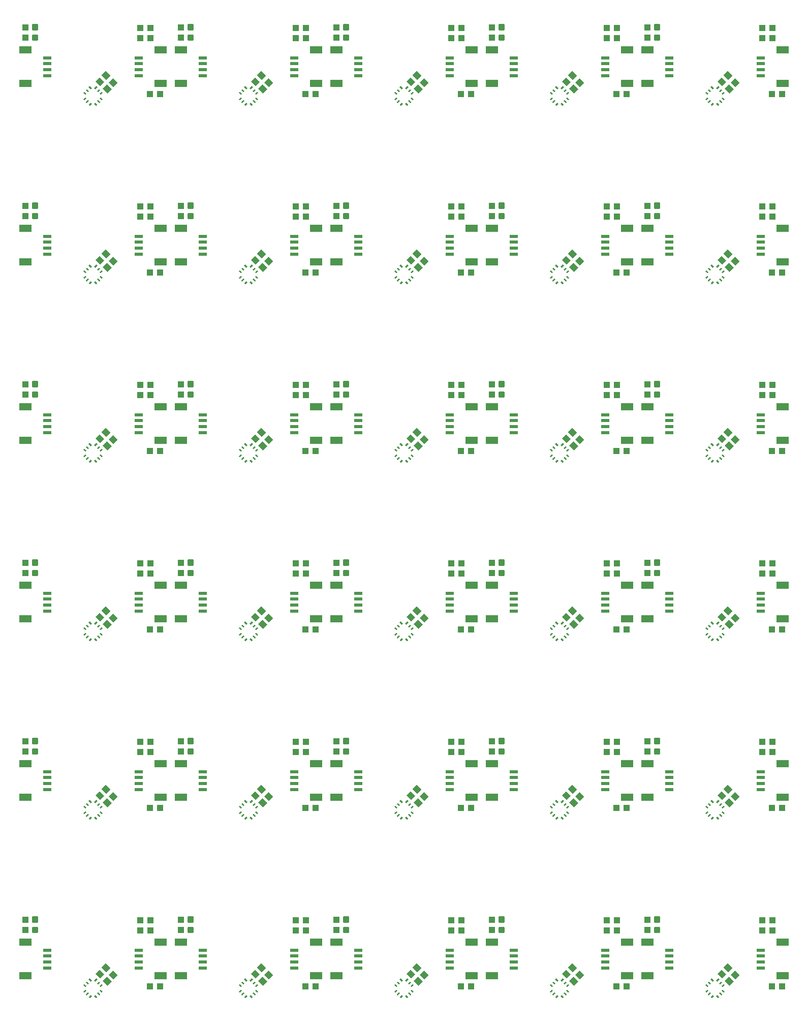
<source format=gtp>
G04 EAGLE Gerber RS-274X export*
G75*
%MOMM*%
%FSLAX34Y34*%
%LPD*%
%INSolderpaste Top*%
%IPPOS*%
%AMOC8*
5,1,8,0,0,1.08239X$1,22.5*%
G01*
%ADD10C,0.300000*%
%ADD11R,2.000000X1.200000*%
%ADD12R,1.350000X0.600000*%
%ADD13R,1.000000X1.100000*%
%ADD14R,0.250000X0.500000*%
%ADD15R,1.100000X1.000000*%


D10*
X26980Y178880D02*
X33980Y178880D01*
X33980Y171880D01*
X26980Y171880D01*
X26980Y178880D01*
X26980Y174730D02*
X33980Y174730D01*
X33980Y177580D02*
X26980Y177580D01*
X26980Y196420D02*
X33980Y196420D01*
X33980Y189420D01*
X26980Y189420D01*
X26980Y196420D01*
X26980Y192270D02*
X33980Y192270D01*
X33980Y195120D02*
X26980Y195120D01*
D11*
X14050Y155000D03*
X14050Y99000D03*
D12*
X50800Y142000D03*
X50800Y132000D03*
X50800Y122000D03*
X50800Y112000D03*
D11*
X239950Y99000D03*
X239950Y155000D03*
D12*
X203200Y112000D03*
X203200Y122000D03*
X203200Y132000D03*
X203200Y142000D03*
D13*
X222250Y174770D03*
X222250Y191770D03*
X205740Y174770D03*
X205740Y191770D03*
X13970Y192260D03*
X13970Y175260D03*
D14*
G36*
X134176Y63715D02*
X132408Y61947D01*
X128874Y65481D01*
X130642Y67249D01*
X134176Y63715D01*
G37*
G36*
X138773Y68311D02*
X137005Y66543D01*
X133471Y70077D01*
X135239Y71845D01*
X138773Y68311D01*
G37*
G36*
X143369Y72907D02*
X141601Y71139D01*
X138067Y74673D01*
X139835Y76441D01*
X143369Y72907D01*
G37*
G36*
X141601Y85634D02*
X143369Y83866D01*
X139835Y80332D01*
X138067Y82100D01*
X141601Y85634D01*
G37*
G36*
X137005Y90230D02*
X138773Y88462D01*
X135239Y84928D01*
X133471Y86696D01*
X137005Y90230D01*
G37*
G36*
X132408Y94826D02*
X134176Y93058D01*
X130642Y89524D01*
X128874Y91292D01*
X132408Y94826D01*
G37*
G36*
X119682Y93058D02*
X121450Y94826D01*
X124984Y91292D01*
X123216Y89524D01*
X119682Y93058D01*
G37*
G36*
X115086Y88462D02*
X116854Y90230D01*
X120388Y86696D01*
X118620Y84928D01*
X115086Y88462D01*
G37*
G36*
X110490Y83866D02*
X112258Y85634D01*
X115792Y82100D01*
X114024Y80332D01*
X110490Y83866D01*
G37*
G36*
X112258Y71139D02*
X110490Y72907D01*
X114024Y76441D01*
X115792Y74673D01*
X112258Y71139D01*
G37*
G36*
X116854Y66543D02*
X115086Y68311D01*
X118620Y71845D01*
X120388Y70077D01*
X116854Y66543D01*
G37*
G36*
X121450Y61947D02*
X119682Y63715D01*
X123216Y67249D01*
X124984Y65481D01*
X121450Y61947D01*
G37*
D15*
G36*
X150111Y97597D02*
X157888Y89820D01*
X150817Y82749D01*
X143040Y90526D01*
X150111Y97597D01*
G37*
G36*
X138091Y109618D02*
X145868Y101841D01*
X138797Y94770D01*
X131020Y102547D01*
X138091Y109618D01*
G37*
X238624Y81280D03*
X221624Y81280D03*
G36*
X160465Y108130D02*
X168242Y100353D01*
X161171Y93282D01*
X153394Y101059D01*
X160465Y108130D01*
G37*
G36*
X148445Y120150D02*
X156222Y112373D01*
X149151Y105302D01*
X141374Y113079D01*
X148445Y120150D01*
G37*
D10*
X286060Y178880D02*
X293060Y178880D01*
X293060Y171880D01*
X286060Y171880D01*
X286060Y178880D01*
X286060Y174730D02*
X293060Y174730D01*
X293060Y177580D02*
X286060Y177580D01*
X286060Y196420D02*
X293060Y196420D01*
X293060Y189420D01*
X286060Y189420D01*
X286060Y196420D01*
X286060Y192270D02*
X293060Y192270D01*
X293060Y195120D02*
X286060Y195120D01*
D11*
X273130Y155000D03*
X273130Y99000D03*
D12*
X309880Y142000D03*
X309880Y132000D03*
X309880Y122000D03*
X309880Y112000D03*
D11*
X499030Y99000D03*
X499030Y155000D03*
D12*
X462280Y112000D03*
X462280Y122000D03*
X462280Y132000D03*
X462280Y142000D03*
D13*
X481330Y174770D03*
X481330Y191770D03*
X464820Y174770D03*
X464820Y191770D03*
X273050Y192260D03*
X273050Y175260D03*
D14*
G36*
X393256Y63715D02*
X391488Y61947D01*
X387954Y65481D01*
X389722Y67249D01*
X393256Y63715D01*
G37*
G36*
X397853Y68311D02*
X396085Y66543D01*
X392551Y70077D01*
X394319Y71845D01*
X397853Y68311D01*
G37*
G36*
X402449Y72907D02*
X400681Y71139D01*
X397147Y74673D01*
X398915Y76441D01*
X402449Y72907D01*
G37*
G36*
X400681Y85634D02*
X402449Y83866D01*
X398915Y80332D01*
X397147Y82100D01*
X400681Y85634D01*
G37*
G36*
X396085Y90230D02*
X397853Y88462D01*
X394319Y84928D01*
X392551Y86696D01*
X396085Y90230D01*
G37*
G36*
X391488Y94826D02*
X393256Y93058D01*
X389722Y89524D01*
X387954Y91292D01*
X391488Y94826D01*
G37*
G36*
X378762Y93058D02*
X380530Y94826D01*
X384064Y91292D01*
X382296Y89524D01*
X378762Y93058D01*
G37*
G36*
X374166Y88462D02*
X375934Y90230D01*
X379468Y86696D01*
X377700Y84928D01*
X374166Y88462D01*
G37*
G36*
X369570Y83866D02*
X371338Y85634D01*
X374872Y82100D01*
X373104Y80332D01*
X369570Y83866D01*
G37*
G36*
X371338Y71139D02*
X369570Y72907D01*
X373104Y76441D01*
X374872Y74673D01*
X371338Y71139D01*
G37*
G36*
X375934Y66543D02*
X374166Y68311D01*
X377700Y71845D01*
X379468Y70077D01*
X375934Y66543D01*
G37*
G36*
X380530Y61947D02*
X378762Y63715D01*
X382296Y67249D01*
X384064Y65481D01*
X380530Y61947D01*
G37*
D15*
G36*
X409191Y97597D02*
X416968Y89820D01*
X409897Y82749D01*
X402120Y90526D01*
X409191Y97597D01*
G37*
G36*
X397171Y109618D02*
X404948Y101841D01*
X397877Y94770D01*
X390100Y102547D01*
X397171Y109618D01*
G37*
X497704Y81280D03*
X480704Y81280D03*
G36*
X419545Y108130D02*
X427322Y100353D01*
X420251Y93282D01*
X412474Y101059D01*
X419545Y108130D01*
G37*
G36*
X407525Y120150D02*
X415302Y112373D01*
X408231Y105302D01*
X400454Y113079D01*
X407525Y120150D01*
G37*
D10*
X545140Y178880D02*
X552140Y178880D01*
X552140Y171880D01*
X545140Y171880D01*
X545140Y178880D01*
X545140Y174730D02*
X552140Y174730D01*
X552140Y177580D02*
X545140Y177580D01*
X545140Y196420D02*
X552140Y196420D01*
X552140Y189420D01*
X545140Y189420D01*
X545140Y196420D01*
X545140Y192270D02*
X552140Y192270D01*
X552140Y195120D02*
X545140Y195120D01*
D11*
X532210Y155000D03*
X532210Y99000D03*
D12*
X568960Y142000D03*
X568960Y132000D03*
X568960Y122000D03*
X568960Y112000D03*
D11*
X758110Y99000D03*
X758110Y155000D03*
D12*
X721360Y112000D03*
X721360Y122000D03*
X721360Y132000D03*
X721360Y142000D03*
D13*
X740410Y174770D03*
X740410Y191770D03*
X723900Y174770D03*
X723900Y191770D03*
X532130Y192260D03*
X532130Y175260D03*
D14*
G36*
X652336Y63715D02*
X650568Y61947D01*
X647034Y65481D01*
X648802Y67249D01*
X652336Y63715D01*
G37*
G36*
X656933Y68311D02*
X655165Y66543D01*
X651631Y70077D01*
X653399Y71845D01*
X656933Y68311D01*
G37*
G36*
X661529Y72907D02*
X659761Y71139D01*
X656227Y74673D01*
X657995Y76441D01*
X661529Y72907D01*
G37*
G36*
X659761Y85634D02*
X661529Y83866D01*
X657995Y80332D01*
X656227Y82100D01*
X659761Y85634D01*
G37*
G36*
X655165Y90230D02*
X656933Y88462D01*
X653399Y84928D01*
X651631Y86696D01*
X655165Y90230D01*
G37*
G36*
X650568Y94826D02*
X652336Y93058D01*
X648802Y89524D01*
X647034Y91292D01*
X650568Y94826D01*
G37*
G36*
X637842Y93058D02*
X639610Y94826D01*
X643144Y91292D01*
X641376Y89524D01*
X637842Y93058D01*
G37*
G36*
X633246Y88462D02*
X635014Y90230D01*
X638548Y86696D01*
X636780Y84928D01*
X633246Y88462D01*
G37*
G36*
X628650Y83866D02*
X630418Y85634D01*
X633952Y82100D01*
X632184Y80332D01*
X628650Y83866D01*
G37*
G36*
X630418Y71139D02*
X628650Y72907D01*
X632184Y76441D01*
X633952Y74673D01*
X630418Y71139D01*
G37*
G36*
X635014Y66543D02*
X633246Y68311D01*
X636780Y71845D01*
X638548Y70077D01*
X635014Y66543D01*
G37*
G36*
X639610Y61947D02*
X637842Y63715D01*
X641376Y67249D01*
X643144Y65481D01*
X639610Y61947D01*
G37*
D15*
G36*
X668271Y97597D02*
X676048Y89820D01*
X668977Y82749D01*
X661200Y90526D01*
X668271Y97597D01*
G37*
G36*
X656251Y109618D02*
X664028Y101841D01*
X656957Y94770D01*
X649180Y102547D01*
X656251Y109618D01*
G37*
X756784Y81280D03*
X739784Y81280D03*
G36*
X678625Y108130D02*
X686402Y100353D01*
X679331Y93282D01*
X671554Y101059D01*
X678625Y108130D01*
G37*
G36*
X666605Y120150D02*
X674382Y112373D01*
X667311Y105302D01*
X659534Y113079D01*
X666605Y120150D01*
G37*
D10*
X804220Y178880D02*
X811220Y178880D01*
X811220Y171880D01*
X804220Y171880D01*
X804220Y178880D01*
X804220Y174730D02*
X811220Y174730D01*
X811220Y177580D02*
X804220Y177580D01*
X804220Y196420D02*
X811220Y196420D01*
X811220Y189420D01*
X804220Y189420D01*
X804220Y196420D01*
X804220Y192270D02*
X811220Y192270D01*
X811220Y195120D02*
X804220Y195120D01*
D11*
X791290Y155000D03*
X791290Y99000D03*
D12*
X828040Y142000D03*
X828040Y132000D03*
X828040Y122000D03*
X828040Y112000D03*
D11*
X1017190Y99000D03*
X1017190Y155000D03*
D12*
X980440Y112000D03*
X980440Y122000D03*
X980440Y132000D03*
X980440Y142000D03*
D13*
X999490Y174770D03*
X999490Y191770D03*
X982980Y174770D03*
X982980Y191770D03*
X791210Y192260D03*
X791210Y175260D03*
D14*
G36*
X911416Y63715D02*
X909648Y61947D01*
X906114Y65481D01*
X907882Y67249D01*
X911416Y63715D01*
G37*
G36*
X916013Y68311D02*
X914245Y66543D01*
X910711Y70077D01*
X912479Y71845D01*
X916013Y68311D01*
G37*
G36*
X920609Y72907D02*
X918841Y71139D01*
X915307Y74673D01*
X917075Y76441D01*
X920609Y72907D01*
G37*
G36*
X918841Y85634D02*
X920609Y83866D01*
X917075Y80332D01*
X915307Y82100D01*
X918841Y85634D01*
G37*
G36*
X914245Y90230D02*
X916013Y88462D01*
X912479Y84928D01*
X910711Y86696D01*
X914245Y90230D01*
G37*
G36*
X909648Y94826D02*
X911416Y93058D01*
X907882Y89524D01*
X906114Y91292D01*
X909648Y94826D01*
G37*
G36*
X896922Y93058D02*
X898690Y94826D01*
X902224Y91292D01*
X900456Y89524D01*
X896922Y93058D01*
G37*
G36*
X892326Y88462D02*
X894094Y90230D01*
X897628Y86696D01*
X895860Y84928D01*
X892326Y88462D01*
G37*
G36*
X887730Y83866D02*
X889498Y85634D01*
X893032Y82100D01*
X891264Y80332D01*
X887730Y83866D01*
G37*
G36*
X889498Y71139D02*
X887730Y72907D01*
X891264Y76441D01*
X893032Y74673D01*
X889498Y71139D01*
G37*
G36*
X894094Y66543D02*
X892326Y68311D01*
X895860Y71845D01*
X897628Y70077D01*
X894094Y66543D01*
G37*
G36*
X898690Y61947D02*
X896922Y63715D01*
X900456Y67249D01*
X902224Y65481D01*
X898690Y61947D01*
G37*
D15*
G36*
X927351Y97597D02*
X935128Y89820D01*
X928057Y82749D01*
X920280Y90526D01*
X927351Y97597D01*
G37*
G36*
X915331Y109618D02*
X923108Y101841D01*
X916037Y94770D01*
X908260Y102547D01*
X915331Y109618D01*
G37*
X1015864Y81280D03*
X998864Y81280D03*
G36*
X937705Y108130D02*
X945482Y100353D01*
X938411Y93282D01*
X930634Y101059D01*
X937705Y108130D01*
G37*
G36*
X925685Y120150D02*
X933462Y112373D01*
X926391Y105302D01*
X918614Y113079D01*
X925685Y120150D01*
G37*
D10*
X1063300Y178880D02*
X1070300Y178880D01*
X1070300Y171880D01*
X1063300Y171880D01*
X1063300Y178880D01*
X1063300Y174730D02*
X1070300Y174730D01*
X1070300Y177580D02*
X1063300Y177580D01*
X1063300Y196420D02*
X1070300Y196420D01*
X1070300Y189420D01*
X1063300Y189420D01*
X1063300Y196420D01*
X1063300Y192270D02*
X1070300Y192270D01*
X1070300Y195120D02*
X1063300Y195120D01*
D11*
X1050370Y155000D03*
X1050370Y99000D03*
D12*
X1087120Y142000D03*
X1087120Y132000D03*
X1087120Y122000D03*
X1087120Y112000D03*
D11*
X1276270Y99000D03*
X1276270Y155000D03*
D12*
X1239520Y112000D03*
X1239520Y122000D03*
X1239520Y132000D03*
X1239520Y142000D03*
D13*
X1258570Y174770D03*
X1258570Y191770D03*
X1242060Y174770D03*
X1242060Y191770D03*
X1050290Y192260D03*
X1050290Y175260D03*
D14*
G36*
X1170496Y63715D02*
X1168728Y61947D01*
X1165194Y65481D01*
X1166962Y67249D01*
X1170496Y63715D01*
G37*
G36*
X1175093Y68311D02*
X1173325Y66543D01*
X1169791Y70077D01*
X1171559Y71845D01*
X1175093Y68311D01*
G37*
G36*
X1179689Y72907D02*
X1177921Y71139D01*
X1174387Y74673D01*
X1176155Y76441D01*
X1179689Y72907D01*
G37*
G36*
X1177921Y85634D02*
X1179689Y83866D01*
X1176155Y80332D01*
X1174387Y82100D01*
X1177921Y85634D01*
G37*
G36*
X1173325Y90230D02*
X1175093Y88462D01*
X1171559Y84928D01*
X1169791Y86696D01*
X1173325Y90230D01*
G37*
G36*
X1168728Y94826D02*
X1170496Y93058D01*
X1166962Y89524D01*
X1165194Y91292D01*
X1168728Y94826D01*
G37*
G36*
X1156002Y93058D02*
X1157770Y94826D01*
X1161304Y91292D01*
X1159536Y89524D01*
X1156002Y93058D01*
G37*
G36*
X1151406Y88462D02*
X1153174Y90230D01*
X1156708Y86696D01*
X1154940Y84928D01*
X1151406Y88462D01*
G37*
G36*
X1146810Y83866D02*
X1148578Y85634D01*
X1152112Y82100D01*
X1150344Y80332D01*
X1146810Y83866D01*
G37*
G36*
X1148578Y71139D02*
X1146810Y72907D01*
X1150344Y76441D01*
X1152112Y74673D01*
X1148578Y71139D01*
G37*
G36*
X1153174Y66543D02*
X1151406Y68311D01*
X1154940Y71845D01*
X1156708Y70077D01*
X1153174Y66543D01*
G37*
G36*
X1157770Y61947D02*
X1156002Y63715D01*
X1159536Y67249D01*
X1161304Y65481D01*
X1157770Y61947D01*
G37*
D15*
G36*
X1186431Y97597D02*
X1194208Y89820D01*
X1187137Y82749D01*
X1179360Y90526D01*
X1186431Y97597D01*
G37*
G36*
X1174411Y109618D02*
X1182188Y101841D01*
X1175117Y94770D01*
X1167340Y102547D01*
X1174411Y109618D01*
G37*
X1274944Y81280D03*
X1257944Y81280D03*
G36*
X1196785Y108130D02*
X1204562Y100353D01*
X1197491Y93282D01*
X1189714Y101059D01*
X1196785Y108130D01*
G37*
G36*
X1184765Y120150D02*
X1192542Y112373D01*
X1185471Y105302D01*
X1177694Y113079D01*
X1184765Y120150D01*
G37*
D10*
X33980Y476060D02*
X26980Y476060D01*
X33980Y476060D02*
X33980Y469060D01*
X26980Y469060D01*
X26980Y476060D01*
X26980Y471910D02*
X33980Y471910D01*
X33980Y474760D02*
X26980Y474760D01*
X26980Y493600D02*
X33980Y493600D01*
X33980Y486600D01*
X26980Y486600D01*
X26980Y493600D01*
X26980Y489450D02*
X33980Y489450D01*
X33980Y492300D02*
X26980Y492300D01*
D11*
X14050Y452180D03*
X14050Y396180D03*
D12*
X50800Y439180D03*
X50800Y429180D03*
X50800Y419180D03*
X50800Y409180D03*
D11*
X239950Y396180D03*
X239950Y452180D03*
D12*
X203200Y409180D03*
X203200Y419180D03*
X203200Y429180D03*
X203200Y439180D03*
D13*
X222250Y471950D03*
X222250Y488950D03*
X205740Y471950D03*
X205740Y488950D03*
X13970Y489440D03*
X13970Y472440D03*
D14*
G36*
X134176Y360895D02*
X132408Y359127D01*
X128874Y362661D01*
X130642Y364429D01*
X134176Y360895D01*
G37*
G36*
X138773Y365491D02*
X137005Y363723D01*
X133471Y367257D01*
X135239Y369025D01*
X138773Y365491D01*
G37*
G36*
X143369Y370087D02*
X141601Y368319D01*
X138067Y371853D01*
X139835Y373621D01*
X143369Y370087D01*
G37*
G36*
X141601Y382814D02*
X143369Y381046D01*
X139835Y377512D01*
X138067Y379280D01*
X141601Y382814D01*
G37*
G36*
X137005Y387410D02*
X138773Y385642D01*
X135239Y382108D01*
X133471Y383876D01*
X137005Y387410D01*
G37*
G36*
X132408Y392006D02*
X134176Y390238D01*
X130642Y386704D01*
X128874Y388472D01*
X132408Y392006D01*
G37*
G36*
X119682Y390238D02*
X121450Y392006D01*
X124984Y388472D01*
X123216Y386704D01*
X119682Y390238D01*
G37*
G36*
X115086Y385642D02*
X116854Y387410D01*
X120388Y383876D01*
X118620Y382108D01*
X115086Y385642D01*
G37*
G36*
X110490Y381046D02*
X112258Y382814D01*
X115792Y379280D01*
X114024Y377512D01*
X110490Y381046D01*
G37*
G36*
X112258Y368319D02*
X110490Y370087D01*
X114024Y373621D01*
X115792Y371853D01*
X112258Y368319D01*
G37*
G36*
X116854Y363723D02*
X115086Y365491D01*
X118620Y369025D01*
X120388Y367257D01*
X116854Y363723D01*
G37*
G36*
X121450Y359127D02*
X119682Y360895D01*
X123216Y364429D01*
X124984Y362661D01*
X121450Y359127D01*
G37*
D15*
G36*
X150111Y394777D02*
X157888Y387000D01*
X150817Y379929D01*
X143040Y387706D01*
X150111Y394777D01*
G37*
G36*
X138091Y406798D02*
X145868Y399021D01*
X138797Y391950D01*
X131020Y399727D01*
X138091Y406798D01*
G37*
X238624Y378460D03*
X221624Y378460D03*
G36*
X160465Y405310D02*
X168242Y397533D01*
X161171Y390462D01*
X153394Y398239D01*
X160465Y405310D01*
G37*
G36*
X148445Y417330D02*
X156222Y409553D01*
X149151Y402482D01*
X141374Y410259D01*
X148445Y417330D01*
G37*
D10*
X286060Y476060D02*
X293060Y476060D01*
X293060Y469060D01*
X286060Y469060D01*
X286060Y476060D01*
X286060Y471910D02*
X293060Y471910D01*
X293060Y474760D02*
X286060Y474760D01*
X286060Y493600D02*
X293060Y493600D01*
X293060Y486600D01*
X286060Y486600D01*
X286060Y493600D01*
X286060Y489450D02*
X293060Y489450D01*
X293060Y492300D02*
X286060Y492300D01*
D11*
X273130Y452180D03*
X273130Y396180D03*
D12*
X309880Y439180D03*
X309880Y429180D03*
X309880Y419180D03*
X309880Y409180D03*
D11*
X499030Y396180D03*
X499030Y452180D03*
D12*
X462280Y409180D03*
X462280Y419180D03*
X462280Y429180D03*
X462280Y439180D03*
D13*
X481330Y471950D03*
X481330Y488950D03*
X464820Y471950D03*
X464820Y488950D03*
X273050Y489440D03*
X273050Y472440D03*
D14*
G36*
X393256Y360895D02*
X391488Y359127D01*
X387954Y362661D01*
X389722Y364429D01*
X393256Y360895D01*
G37*
G36*
X397853Y365491D02*
X396085Y363723D01*
X392551Y367257D01*
X394319Y369025D01*
X397853Y365491D01*
G37*
G36*
X402449Y370087D02*
X400681Y368319D01*
X397147Y371853D01*
X398915Y373621D01*
X402449Y370087D01*
G37*
G36*
X400681Y382814D02*
X402449Y381046D01*
X398915Y377512D01*
X397147Y379280D01*
X400681Y382814D01*
G37*
G36*
X396085Y387410D02*
X397853Y385642D01*
X394319Y382108D01*
X392551Y383876D01*
X396085Y387410D01*
G37*
G36*
X391488Y392006D02*
X393256Y390238D01*
X389722Y386704D01*
X387954Y388472D01*
X391488Y392006D01*
G37*
G36*
X378762Y390238D02*
X380530Y392006D01*
X384064Y388472D01*
X382296Y386704D01*
X378762Y390238D01*
G37*
G36*
X374166Y385642D02*
X375934Y387410D01*
X379468Y383876D01*
X377700Y382108D01*
X374166Y385642D01*
G37*
G36*
X369570Y381046D02*
X371338Y382814D01*
X374872Y379280D01*
X373104Y377512D01*
X369570Y381046D01*
G37*
G36*
X371338Y368319D02*
X369570Y370087D01*
X373104Y373621D01*
X374872Y371853D01*
X371338Y368319D01*
G37*
G36*
X375934Y363723D02*
X374166Y365491D01*
X377700Y369025D01*
X379468Y367257D01*
X375934Y363723D01*
G37*
G36*
X380530Y359127D02*
X378762Y360895D01*
X382296Y364429D01*
X384064Y362661D01*
X380530Y359127D01*
G37*
D15*
G36*
X409191Y394777D02*
X416968Y387000D01*
X409897Y379929D01*
X402120Y387706D01*
X409191Y394777D01*
G37*
G36*
X397171Y406798D02*
X404948Y399021D01*
X397877Y391950D01*
X390100Y399727D01*
X397171Y406798D01*
G37*
X497704Y378460D03*
X480704Y378460D03*
G36*
X419545Y405310D02*
X427322Y397533D01*
X420251Y390462D01*
X412474Y398239D01*
X419545Y405310D01*
G37*
G36*
X407525Y417330D02*
X415302Y409553D01*
X408231Y402482D01*
X400454Y410259D01*
X407525Y417330D01*
G37*
D10*
X545140Y476060D02*
X552140Y476060D01*
X552140Y469060D01*
X545140Y469060D01*
X545140Y476060D01*
X545140Y471910D02*
X552140Y471910D01*
X552140Y474760D02*
X545140Y474760D01*
X545140Y493600D02*
X552140Y493600D01*
X552140Y486600D01*
X545140Y486600D01*
X545140Y493600D01*
X545140Y489450D02*
X552140Y489450D01*
X552140Y492300D02*
X545140Y492300D01*
D11*
X532210Y452180D03*
X532210Y396180D03*
D12*
X568960Y439180D03*
X568960Y429180D03*
X568960Y419180D03*
X568960Y409180D03*
D11*
X758110Y396180D03*
X758110Y452180D03*
D12*
X721360Y409180D03*
X721360Y419180D03*
X721360Y429180D03*
X721360Y439180D03*
D13*
X740410Y471950D03*
X740410Y488950D03*
X723900Y471950D03*
X723900Y488950D03*
X532130Y489440D03*
X532130Y472440D03*
D14*
G36*
X652336Y360895D02*
X650568Y359127D01*
X647034Y362661D01*
X648802Y364429D01*
X652336Y360895D01*
G37*
G36*
X656933Y365491D02*
X655165Y363723D01*
X651631Y367257D01*
X653399Y369025D01*
X656933Y365491D01*
G37*
G36*
X661529Y370087D02*
X659761Y368319D01*
X656227Y371853D01*
X657995Y373621D01*
X661529Y370087D01*
G37*
G36*
X659761Y382814D02*
X661529Y381046D01*
X657995Y377512D01*
X656227Y379280D01*
X659761Y382814D01*
G37*
G36*
X655165Y387410D02*
X656933Y385642D01*
X653399Y382108D01*
X651631Y383876D01*
X655165Y387410D01*
G37*
G36*
X650568Y392006D02*
X652336Y390238D01*
X648802Y386704D01*
X647034Y388472D01*
X650568Y392006D01*
G37*
G36*
X637842Y390238D02*
X639610Y392006D01*
X643144Y388472D01*
X641376Y386704D01*
X637842Y390238D01*
G37*
G36*
X633246Y385642D02*
X635014Y387410D01*
X638548Y383876D01*
X636780Y382108D01*
X633246Y385642D01*
G37*
G36*
X628650Y381046D02*
X630418Y382814D01*
X633952Y379280D01*
X632184Y377512D01*
X628650Y381046D01*
G37*
G36*
X630418Y368319D02*
X628650Y370087D01*
X632184Y373621D01*
X633952Y371853D01*
X630418Y368319D01*
G37*
G36*
X635014Y363723D02*
X633246Y365491D01*
X636780Y369025D01*
X638548Y367257D01*
X635014Y363723D01*
G37*
G36*
X639610Y359127D02*
X637842Y360895D01*
X641376Y364429D01*
X643144Y362661D01*
X639610Y359127D01*
G37*
D15*
G36*
X668271Y394777D02*
X676048Y387000D01*
X668977Y379929D01*
X661200Y387706D01*
X668271Y394777D01*
G37*
G36*
X656251Y406798D02*
X664028Y399021D01*
X656957Y391950D01*
X649180Y399727D01*
X656251Y406798D01*
G37*
X756784Y378460D03*
X739784Y378460D03*
G36*
X678625Y405310D02*
X686402Y397533D01*
X679331Y390462D01*
X671554Y398239D01*
X678625Y405310D01*
G37*
G36*
X666605Y417330D02*
X674382Y409553D01*
X667311Y402482D01*
X659534Y410259D01*
X666605Y417330D01*
G37*
D10*
X804220Y476060D02*
X811220Y476060D01*
X811220Y469060D01*
X804220Y469060D01*
X804220Y476060D01*
X804220Y471910D02*
X811220Y471910D01*
X811220Y474760D02*
X804220Y474760D01*
X804220Y493600D02*
X811220Y493600D01*
X811220Y486600D01*
X804220Y486600D01*
X804220Y493600D01*
X804220Y489450D02*
X811220Y489450D01*
X811220Y492300D02*
X804220Y492300D01*
D11*
X791290Y452180D03*
X791290Y396180D03*
D12*
X828040Y439180D03*
X828040Y429180D03*
X828040Y419180D03*
X828040Y409180D03*
D11*
X1017190Y396180D03*
X1017190Y452180D03*
D12*
X980440Y409180D03*
X980440Y419180D03*
X980440Y429180D03*
X980440Y439180D03*
D13*
X999490Y471950D03*
X999490Y488950D03*
X982980Y471950D03*
X982980Y488950D03*
X791210Y489440D03*
X791210Y472440D03*
D14*
G36*
X911416Y360895D02*
X909648Y359127D01*
X906114Y362661D01*
X907882Y364429D01*
X911416Y360895D01*
G37*
G36*
X916013Y365491D02*
X914245Y363723D01*
X910711Y367257D01*
X912479Y369025D01*
X916013Y365491D01*
G37*
G36*
X920609Y370087D02*
X918841Y368319D01*
X915307Y371853D01*
X917075Y373621D01*
X920609Y370087D01*
G37*
G36*
X918841Y382814D02*
X920609Y381046D01*
X917075Y377512D01*
X915307Y379280D01*
X918841Y382814D01*
G37*
G36*
X914245Y387410D02*
X916013Y385642D01*
X912479Y382108D01*
X910711Y383876D01*
X914245Y387410D01*
G37*
G36*
X909648Y392006D02*
X911416Y390238D01*
X907882Y386704D01*
X906114Y388472D01*
X909648Y392006D01*
G37*
G36*
X896922Y390238D02*
X898690Y392006D01*
X902224Y388472D01*
X900456Y386704D01*
X896922Y390238D01*
G37*
G36*
X892326Y385642D02*
X894094Y387410D01*
X897628Y383876D01*
X895860Y382108D01*
X892326Y385642D01*
G37*
G36*
X887730Y381046D02*
X889498Y382814D01*
X893032Y379280D01*
X891264Y377512D01*
X887730Y381046D01*
G37*
G36*
X889498Y368319D02*
X887730Y370087D01*
X891264Y373621D01*
X893032Y371853D01*
X889498Y368319D01*
G37*
G36*
X894094Y363723D02*
X892326Y365491D01*
X895860Y369025D01*
X897628Y367257D01*
X894094Y363723D01*
G37*
G36*
X898690Y359127D02*
X896922Y360895D01*
X900456Y364429D01*
X902224Y362661D01*
X898690Y359127D01*
G37*
D15*
G36*
X927351Y394777D02*
X935128Y387000D01*
X928057Y379929D01*
X920280Y387706D01*
X927351Y394777D01*
G37*
G36*
X915331Y406798D02*
X923108Y399021D01*
X916037Y391950D01*
X908260Y399727D01*
X915331Y406798D01*
G37*
X1015864Y378460D03*
X998864Y378460D03*
G36*
X937705Y405310D02*
X945482Y397533D01*
X938411Y390462D01*
X930634Y398239D01*
X937705Y405310D01*
G37*
G36*
X925685Y417330D02*
X933462Y409553D01*
X926391Y402482D01*
X918614Y410259D01*
X925685Y417330D01*
G37*
D10*
X1063300Y476060D02*
X1070300Y476060D01*
X1070300Y469060D01*
X1063300Y469060D01*
X1063300Y476060D01*
X1063300Y471910D02*
X1070300Y471910D01*
X1070300Y474760D02*
X1063300Y474760D01*
X1063300Y493600D02*
X1070300Y493600D01*
X1070300Y486600D01*
X1063300Y486600D01*
X1063300Y493600D01*
X1063300Y489450D02*
X1070300Y489450D01*
X1070300Y492300D02*
X1063300Y492300D01*
D11*
X1050370Y452180D03*
X1050370Y396180D03*
D12*
X1087120Y439180D03*
X1087120Y429180D03*
X1087120Y419180D03*
X1087120Y409180D03*
D11*
X1276270Y396180D03*
X1276270Y452180D03*
D12*
X1239520Y409180D03*
X1239520Y419180D03*
X1239520Y429180D03*
X1239520Y439180D03*
D13*
X1258570Y471950D03*
X1258570Y488950D03*
X1242060Y471950D03*
X1242060Y488950D03*
X1050290Y489440D03*
X1050290Y472440D03*
D14*
G36*
X1170496Y360895D02*
X1168728Y359127D01*
X1165194Y362661D01*
X1166962Y364429D01*
X1170496Y360895D01*
G37*
G36*
X1175093Y365491D02*
X1173325Y363723D01*
X1169791Y367257D01*
X1171559Y369025D01*
X1175093Y365491D01*
G37*
G36*
X1179689Y370087D02*
X1177921Y368319D01*
X1174387Y371853D01*
X1176155Y373621D01*
X1179689Y370087D01*
G37*
G36*
X1177921Y382814D02*
X1179689Y381046D01*
X1176155Y377512D01*
X1174387Y379280D01*
X1177921Y382814D01*
G37*
G36*
X1173325Y387410D02*
X1175093Y385642D01*
X1171559Y382108D01*
X1169791Y383876D01*
X1173325Y387410D01*
G37*
G36*
X1168728Y392006D02*
X1170496Y390238D01*
X1166962Y386704D01*
X1165194Y388472D01*
X1168728Y392006D01*
G37*
G36*
X1156002Y390238D02*
X1157770Y392006D01*
X1161304Y388472D01*
X1159536Y386704D01*
X1156002Y390238D01*
G37*
G36*
X1151406Y385642D02*
X1153174Y387410D01*
X1156708Y383876D01*
X1154940Y382108D01*
X1151406Y385642D01*
G37*
G36*
X1146810Y381046D02*
X1148578Y382814D01*
X1152112Y379280D01*
X1150344Y377512D01*
X1146810Y381046D01*
G37*
G36*
X1148578Y368319D02*
X1146810Y370087D01*
X1150344Y373621D01*
X1152112Y371853D01*
X1148578Y368319D01*
G37*
G36*
X1153174Y363723D02*
X1151406Y365491D01*
X1154940Y369025D01*
X1156708Y367257D01*
X1153174Y363723D01*
G37*
G36*
X1157770Y359127D02*
X1156002Y360895D01*
X1159536Y364429D01*
X1161304Y362661D01*
X1157770Y359127D01*
G37*
D15*
G36*
X1186431Y394777D02*
X1194208Y387000D01*
X1187137Y379929D01*
X1179360Y387706D01*
X1186431Y394777D01*
G37*
G36*
X1174411Y406798D02*
X1182188Y399021D01*
X1175117Y391950D01*
X1167340Y399727D01*
X1174411Y406798D01*
G37*
X1274944Y378460D03*
X1257944Y378460D03*
G36*
X1196785Y405310D02*
X1204562Y397533D01*
X1197491Y390462D01*
X1189714Y398239D01*
X1196785Y405310D01*
G37*
G36*
X1184765Y417330D02*
X1192542Y409553D01*
X1185471Y402482D01*
X1177694Y410259D01*
X1184765Y417330D01*
G37*
D10*
X33980Y773240D02*
X26980Y773240D01*
X33980Y773240D02*
X33980Y766240D01*
X26980Y766240D01*
X26980Y773240D01*
X26980Y769090D02*
X33980Y769090D01*
X33980Y771940D02*
X26980Y771940D01*
X26980Y790780D02*
X33980Y790780D01*
X33980Y783780D01*
X26980Y783780D01*
X26980Y790780D01*
X26980Y786630D02*
X33980Y786630D01*
X33980Y789480D02*
X26980Y789480D01*
D11*
X14050Y749360D03*
X14050Y693360D03*
D12*
X50800Y736360D03*
X50800Y726360D03*
X50800Y716360D03*
X50800Y706360D03*
D11*
X239950Y693360D03*
X239950Y749360D03*
D12*
X203200Y706360D03*
X203200Y716360D03*
X203200Y726360D03*
X203200Y736360D03*
D13*
X222250Y769130D03*
X222250Y786130D03*
X205740Y769130D03*
X205740Y786130D03*
X13970Y786620D03*
X13970Y769620D03*
D14*
G36*
X134176Y658075D02*
X132408Y656307D01*
X128874Y659841D01*
X130642Y661609D01*
X134176Y658075D01*
G37*
G36*
X138773Y662671D02*
X137005Y660903D01*
X133471Y664437D01*
X135239Y666205D01*
X138773Y662671D01*
G37*
G36*
X143369Y667267D02*
X141601Y665499D01*
X138067Y669033D01*
X139835Y670801D01*
X143369Y667267D01*
G37*
G36*
X141601Y679994D02*
X143369Y678226D01*
X139835Y674692D01*
X138067Y676460D01*
X141601Y679994D01*
G37*
G36*
X137005Y684590D02*
X138773Y682822D01*
X135239Y679288D01*
X133471Y681056D01*
X137005Y684590D01*
G37*
G36*
X132408Y689186D02*
X134176Y687418D01*
X130642Y683884D01*
X128874Y685652D01*
X132408Y689186D01*
G37*
G36*
X119682Y687418D02*
X121450Y689186D01*
X124984Y685652D01*
X123216Y683884D01*
X119682Y687418D01*
G37*
G36*
X115086Y682822D02*
X116854Y684590D01*
X120388Y681056D01*
X118620Y679288D01*
X115086Y682822D01*
G37*
G36*
X110490Y678226D02*
X112258Y679994D01*
X115792Y676460D01*
X114024Y674692D01*
X110490Y678226D01*
G37*
G36*
X112258Y665499D02*
X110490Y667267D01*
X114024Y670801D01*
X115792Y669033D01*
X112258Y665499D01*
G37*
G36*
X116854Y660903D02*
X115086Y662671D01*
X118620Y666205D01*
X120388Y664437D01*
X116854Y660903D01*
G37*
G36*
X121450Y656307D02*
X119682Y658075D01*
X123216Y661609D01*
X124984Y659841D01*
X121450Y656307D01*
G37*
D15*
G36*
X150111Y691957D02*
X157888Y684180D01*
X150817Y677109D01*
X143040Y684886D01*
X150111Y691957D01*
G37*
G36*
X138091Y703978D02*
X145868Y696201D01*
X138797Y689130D01*
X131020Y696907D01*
X138091Y703978D01*
G37*
X238624Y675640D03*
X221624Y675640D03*
G36*
X160465Y702490D02*
X168242Y694713D01*
X161171Y687642D01*
X153394Y695419D01*
X160465Y702490D01*
G37*
G36*
X148445Y714510D02*
X156222Y706733D01*
X149151Y699662D01*
X141374Y707439D01*
X148445Y714510D01*
G37*
D10*
X286060Y773240D02*
X293060Y773240D01*
X293060Y766240D01*
X286060Y766240D01*
X286060Y773240D01*
X286060Y769090D02*
X293060Y769090D01*
X293060Y771940D02*
X286060Y771940D01*
X286060Y790780D02*
X293060Y790780D01*
X293060Y783780D01*
X286060Y783780D01*
X286060Y790780D01*
X286060Y786630D02*
X293060Y786630D01*
X293060Y789480D02*
X286060Y789480D01*
D11*
X273130Y749360D03*
X273130Y693360D03*
D12*
X309880Y736360D03*
X309880Y726360D03*
X309880Y716360D03*
X309880Y706360D03*
D11*
X499030Y693360D03*
X499030Y749360D03*
D12*
X462280Y706360D03*
X462280Y716360D03*
X462280Y726360D03*
X462280Y736360D03*
D13*
X481330Y769130D03*
X481330Y786130D03*
X464820Y769130D03*
X464820Y786130D03*
X273050Y786620D03*
X273050Y769620D03*
D14*
G36*
X393256Y658075D02*
X391488Y656307D01*
X387954Y659841D01*
X389722Y661609D01*
X393256Y658075D01*
G37*
G36*
X397853Y662671D02*
X396085Y660903D01*
X392551Y664437D01*
X394319Y666205D01*
X397853Y662671D01*
G37*
G36*
X402449Y667267D02*
X400681Y665499D01*
X397147Y669033D01*
X398915Y670801D01*
X402449Y667267D01*
G37*
G36*
X400681Y679994D02*
X402449Y678226D01*
X398915Y674692D01*
X397147Y676460D01*
X400681Y679994D01*
G37*
G36*
X396085Y684590D02*
X397853Y682822D01*
X394319Y679288D01*
X392551Y681056D01*
X396085Y684590D01*
G37*
G36*
X391488Y689186D02*
X393256Y687418D01*
X389722Y683884D01*
X387954Y685652D01*
X391488Y689186D01*
G37*
G36*
X378762Y687418D02*
X380530Y689186D01*
X384064Y685652D01*
X382296Y683884D01*
X378762Y687418D01*
G37*
G36*
X374166Y682822D02*
X375934Y684590D01*
X379468Y681056D01*
X377700Y679288D01*
X374166Y682822D01*
G37*
G36*
X369570Y678226D02*
X371338Y679994D01*
X374872Y676460D01*
X373104Y674692D01*
X369570Y678226D01*
G37*
G36*
X371338Y665499D02*
X369570Y667267D01*
X373104Y670801D01*
X374872Y669033D01*
X371338Y665499D01*
G37*
G36*
X375934Y660903D02*
X374166Y662671D01*
X377700Y666205D01*
X379468Y664437D01*
X375934Y660903D01*
G37*
G36*
X380530Y656307D02*
X378762Y658075D01*
X382296Y661609D01*
X384064Y659841D01*
X380530Y656307D01*
G37*
D15*
G36*
X409191Y691957D02*
X416968Y684180D01*
X409897Y677109D01*
X402120Y684886D01*
X409191Y691957D01*
G37*
G36*
X397171Y703978D02*
X404948Y696201D01*
X397877Y689130D01*
X390100Y696907D01*
X397171Y703978D01*
G37*
X497704Y675640D03*
X480704Y675640D03*
G36*
X419545Y702490D02*
X427322Y694713D01*
X420251Y687642D01*
X412474Y695419D01*
X419545Y702490D01*
G37*
G36*
X407525Y714510D02*
X415302Y706733D01*
X408231Y699662D01*
X400454Y707439D01*
X407525Y714510D01*
G37*
D10*
X545140Y773240D02*
X552140Y773240D01*
X552140Y766240D01*
X545140Y766240D01*
X545140Y773240D01*
X545140Y769090D02*
X552140Y769090D01*
X552140Y771940D02*
X545140Y771940D01*
X545140Y790780D02*
X552140Y790780D01*
X552140Y783780D01*
X545140Y783780D01*
X545140Y790780D01*
X545140Y786630D02*
X552140Y786630D01*
X552140Y789480D02*
X545140Y789480D01*
D11*
X532210Y749360D03*
X532210Y693360D03*
D12*
X568960Y736360D03*
X568960Y726360D03*
X568960Y716360D03*
X568960Y706360D03*
D11*
X758110Y693360D03*
X758110Y749360D03*
D12*
X721360Y706360D03*
X721360Y716360D03*
X721360Y726360D03*
X721360Y736360D03*
D13*
X740410Y769130D03*
X740410Y786130D03*
X723900Y769130D03*
X723900Y786130D03*
X532130Y786620D03*
X532130Y769620D03*
D14*
G36*
X652336Y658075D02*
X650568Y656307D01*
X647034Y659841D01*
X648802Y661609D01*
X652336Y658075D01*
G37*
G36*
X656933Y662671D02*
X655165Y660903D01*
X651631Y664437D01*
X653399Y666205D01*
X656933Y662671D01*
G37*
G36*
X661529Y667267D02*
X659761Y665499D01*
X656227Y669033D01*
X657995Y670801D01*
X661529Y667267D01*
G37*
G36*
X659761Y679994D02*
X661529Y678226D01*
X657995Y674692D01*
X656227Y676460D01*
X659761Y679994D01*
G37*
G36*
X655165Y684590D02*
X656933Y682822D01*
X653399Y679288D01*
X651631Y681056D01*
X655165Y684590D01*
G37*
G36*
X650568Y689186D02*
X652336Y687418D01*
X648802Y683884D01*
X647034Y685652D01*
X650568Y689186D01*
G37*
G36*
X637842Y687418D02*
X639610Y689186D01*
X643144Y685652D01*
X641376Y683884D01*
X637842Y687418D01*
G37*
G36*
X633246Y682822D02*
X635014Y684590D01*
X638548Y681056D01*
X636780Y679288D01*
X633246Y682822D01*
G37*
G36*
X628650Y678226D02*
X630418Y679994D01*
X633952Y676460D01*
X632184Y674692D01*
X628650Y678226D01*
G37*
G36*
X630418Y665499D02*
X628650Y667267D01*
X632184Y670801D01*
X633952Y669033D01*
X630418Y665499D01*
G37*
G36*
X635014Y660903D02*
X633246Y662671D01*
X636780Y666205D01*
X638548Y664437D01*
X635014Y660903D01*
G37*
G36*
X639610Y656307D02*
X637842Y658075D01*
X641376Y661609D01*
X643144Y659841D01*
X639610Y656307D01*
G37*
D15*
G36*
X668271Y691957D02*
X676048Y684180D01*
X668977Y677109D01*
X661200Y684886D01*
X668271Y691957D01*
G37*
G36*
X656251Y703978D02*
X664028Y696201D01*
X656957Y689130D01*
X649180Y696907D01*
X656251Y703978D01*
G37*
X756784Y675640D03*
X739784Y675640D03*
G36*
X678625Y702490D02*
X686402Y694713D01*
X679331Y687642D01*
X671554Y695419D01*
X678625Y702490D01*
G37*
G36*
X666605Y714510D02*
X674382Y706733D01*
X667311Y699662D01*
X659534Y707439D01*
X666605Y714510D01*
G37*
D10*
X804220Y773240D02*
X811220Y773240D01*
X811220Y766240D01*
X804220Y766240D01*
X804220Y773240D01*
X804220Y769090D02*
X811220Y769090D01*
X811220Y771940D02*
X804220Y771940D01*
X804220Y790780D02*
X811220Y790780D01*
X811220Y783780D01*
X804220Y783780D01*
X804220Y790780D01*
X804220Y786630D02*
X811220Y786630D01*
X811220Y789480D02*
X804220Y789480D01*
D11*
X791290Y749360D03*
X791290Y693360D03*
D12*
X828040Y736360D03*
X828040Y726360D03*
X828040Y716360D03*
X828040Y706360D03*
D11*
X1017190Y693360D03*
X1017190Y749360D03*
D12*
X980440Y706360D03*
X980440Y716360D03*
X980440Y726360D03*
X980440Y736360D03*
D13*
X999490Y769130D03*
X999490Y786130D03*
X982980Y769130D03*
X982980Y786130D03*
X791210Y786620D03*
X791210Y769620D03*
D14*
G36*
X911416Y658075D02*
X909648Y656307D01*
X906114Y659841D01*
X907882Y661609D01*
X911416Y658075D01*
G37*
G36*
X916013Y662671D02*
X914245Y660903D01*
X910711Y664437D01*
X912479Y666205D01*
X916013Y662671D01*
G37*
G36*
X920609Y667267D02*
X918841Y665499D01*
X915307Y669033D01*
X917075Y670801D01*
X920609Y667267D01*
G37*
G36*
X918841Y679994D02*
X920609Y678226D01*
X917075Y674692D01*
X915307Y676460D01*
X918841Y679994D01*
G37*
G36*
X914245Y684590D02*
X916013Y682822D01*
X912479Y679288D01*
X910711Y681056D01*
X914245Y684590D01*
G37*
G36*
X909648Y689186D02*
X911416Y687418D01*
X907882Y683884D01*
X906114Y685652D01*
X909648Y689186D01*
G37*
G36*
X896922Y687418D02*
X898690Y689186D01*
X902224Y685652D01*
X900456Y683884D01*
X896922Y687418D01*
G37*
G36*
X892326Y682822D02*
X894094Y684590D01*
X897628Y681056D01*
X895860Y679288D01*
X892326Y682822D01*
G37*
G36*
X887730Y678226D02*
X889498Y679994D01*
X893032Y676460D01*
X891264Y674692D01*
X887730Y678226D01*
G37*
G36*
X889498Y665499D02*
X887730Y667267D01*
X891264Y670801D01*
X893032Y669033D01*
X889498Y665499D01*
G37*
G36*
X894094Y660903D02*
X892326Y662671D01*
X895860Y666205D01*
X897628Y664437D01*
X894094Y660903D01*
G37*
G36*
X898690Y656307D02*
X896922Y658075D01*
X900456Y661609D01*
X902224Y659841D01*
X898690Y656307D01*
G37*
D15*
G36*
X927351Y691957D02*
X935128Y684180D01*
X928057Y677109D01*
X920280Y684886D01*
X927351Y691957D01*
G37*
G36*
X915331Y703978D02*
X923108Y696201D01*
X916037Y689130D01*
X908260Y696907D01*
X915331Y703978D01*
G37*
X1015864Y675640D03*
X998864Y675640D03*
G36*
X937705Y702490D02*
X945482Y694713D01*
X938411Y687642D01*
X930634Y695419D01*
X937705Y702490D01*
G37*
G36*
X925685Y714510D02*
X933462Y706733D01*
X926391Y699662D01*
X918614Y707439D01*
X925685Y714510D01*
G37*
D10*
X1063300Y773240D02*
X1070300Y773240D01*
X1070300Y766240D01*
X1063300Y766240D01*
X1063300Y773240D01*
X1063300Y769090D02*
X1070300Y769090D01*
X1070300Y771940D02*
X1063300Y771940D01*
X1063300Y790780D02*
X1070300Y790780D01*
X1070300Y783780D01*
X1063300Y783780D01*
X1063300Y790780D01*
X1063300Y786630D02*
X1070300Y786630D01*
X1070300Y789480D02*
X1063300Y789480D01*
D11*
X1050370Y749360D03*
X1050370Y693360D03*
D12*
X1087120Y736360D03*
X1087120Y726360D03*
X1087120Y716360D03*
X1087120Y706360D03*
D11*
X1276270Y693360D03*
X1276270Y749360D03*
D12*
X1239520Y706360D03*
X1239520Y716360D03*
X1239520Y726360D03*
X1239520Y736360D03*
D13*
X1258570Y769130D03*
X1258570Y786130D03*
X1242060Y769130D03*
X1242060Y786130D03*
X1050290Y786620D03*
X1050290Y769620D03*
D14*
G36*
X1170496Y658075D02*
X1168728Y656307D01*
X1165194Y659841D01*
X1166962Y661609D01*
X1170496Y658075D01*
G37*
G36*
X1175093Y662671D02*
X1173325Y660903D01*
X1169791Y664437D01*
X1171559Y666205D01*
X1175093Y662671D01*
G37*
G36*
X1179689Y667267D02*
X1177921Y665499D01*
X1174387Y669033D01*
X1176155Y670801D01*
X1179689Y667267D01*
G37*
G36*
X1177921Y679994D02*
X1179689Y678226D01*
X1176155Y674692D01*
X1174387Y676460D01*
X1177921Y679994D01*
G37*
G36*
X1173325Y684590D02*
X1175093Y682822D01*
X1171559Y679288D01*
X1169791Y681056D01*
X1173325Y684590D01*
G37*
G36*
X1168728Y689186D02*
X1170496Y687418D01*
X1166962Y683884D01*
X1165194Y685652D01*
X1168728Y689186D01*
G37*
G36*
X1156002Y687418D02*
X1157770Y689186D01*
X1161304Y685652D01*
X1159536Y683884D01*
X1156002Y687418D01*
G37*
G36*
X1151406Y682822D02*
X1153174Y684590D01*
X1156708Y681056D01*
X1154940Y679288D01*
X1151406Y682822D01*
G37*
G36*
X1146810Y678226D02*
X1148578Y679994D01*
X1152112Y676460D01*
X1150344Y674692D01*
X1146810Y678226D01*
G37*
G36*
X1148578Y665499D02*
X1146810Y667267D01*
X1150344Y670801D01*
X1152112Y669033D01*
X1148578Y665499D01*
G37*
G36*
X1153174Y660903D02*
X1151406Y662671D01*
X1154940Y666205D01*
X1156708Y664437D01*
X1153174Y660903D01*
G37*
G36*
X1157770Y656307D02*
X1156002Y658075D01*
X1159536Y661609D01*
X1161304Y659841D01*
X1157770Y656307D01*
G37*
D15*
G36*
X1186431Y691957D02*
X1194208Y684180D01*
X1187137Y677109D01*
X1179360Y684886D01*
X1186431Y691957D01*
G37*
G36*
X1174411Y703978D02*
X1182188Y696201D01*
X1175117Y689130D01*
X1167340Y696907D01*
X1174411Y703978D01*
G37*
X1274944Y675640D03*
X1257944Y675640D03*
G36*
X1196785Y702490D02*
X1204562Y694713D01*
X1197491Y687642D01*
X1189714Y695419D01*
X1196785Y702490D01*
G37*
G36*
X1184765Y714510D02*
X1192542Y706733D01*
X1185471Y699662D01*
X1177694Y707439D01*
X1184765Y714510D01*
G37*
D10*
X33980Y1070420D02*
X26980Y1070420D01*
X33980Y1070420D02*
X33980Y1063420D01*
X26980Y1063420D01*
X26980Y1070420D01*
X26980Y1066270D02*
X33980Y1066270D01*
X33980Y1069120D02*
X26980Y1069120D01*
X26980Y1087960D02*
X33980Y1087960D01*
X33980Y1080960D01*
X26980Y1080960D01*
X26980Y1087960D01*
X26980Y1083810D02*
X33980Y1083810D01*
X33980Y1086660D02*
X26980Y1086660D01*
D11*
X14050Y1046540D03*
X14050Y990540D03*
D12*
X50800Y1033540D03*
X50800Y1023540D03*
X50800Y1013540D03*
X50800Y1003540D03*
D11*
X239950Y990540D03*
X239950Y1046540D03*
D12*
X203200Y1003540D03*
X203200Y1013540D03*
X203200Y1023540D03*
X203200Y1033540D03*
D13*
X222250Y1066310D03*
X222250Y1083310D03*
X205740Y1066310D03*
X205740Y1083310D03*
X13970Y1083800D03*
X13970Y1066800D03*
D14*
G36*
X134176Y955255D02*
X132408Y953487D01*
X128874Y957021D01*
X130642Y958789D01*
X134176Y955255D01*
G37*
G36*
X138773Y959851D02*
X137005Y958083D01*
X133471Y961617D01*
X135239Y963385D01*
X138773Y959851D01*
G37*
G36*
X143369Y964447D02*
X141601Y962679D01*
X138067Y966213D01*
X139835Y967981D01*
X143369Y964447D01*
G37*
G36*
X141601Y977174D02*
X143369Y975406D01*
X139835Y971872D01*
X138067Y973640D01*
X141601Y977174D01*
G37*
G36*
X137005Y981770D02*
X138773Y980002D01*
X135239Y976468D01*
X133471Y978236D01*
X137005Y981770D01*
G37*
G36*
X132408Y986366D02*
X134176Y984598D01*
X130642Y981064D01*
X128874Y982832D01*
X132408Y986366D01*
G37*
G36*
X119682Y984598D02*
X121450Y986366D01*
X124984Y982832D01*
X123216Y981064D01*
X119682Y984598D01*
G37*
G36*
X115086Y980002D02*
X116854Y981770D01*
X120388Y978236D01*
X118620Y976468D01*
X115086Y980002D01*
G37*
G36*
X110490Y975406D02*
X112258Y977174D01*
X115792Y973640D01*
X114024Y971872D01*
X110490Y975406D01*
G37*
G36*
X112258Y962679D02*
X110490Y964447D01*
X114024Y967981D01*
X115792Y966213D01*
X112258Y962679D01*
G37*
G36*
X116854Y958083D02*
X115086Y959851D01*
X118620Y963385D01*
X120388Y961617D01*
X116854Y958083D01*
G37*
G36*
X121450Y953487D02*
X119682Y955255D01*
X123216Y958789D01*
X124984Y957021D01*
X121450Y953487D01*
G37*
D15*
G36*
X150111Y989137D02*
X157888Y981360D01*
X150817Y974289D01*
X143040Y982066D01*
X150111Y989137D01*
G37*
G36*
X138091Y1001158D02*
X145868Y993381D01*
X138797Y986310D01*
X131020Y994087D01*
X138091Y1001158D01*
G37*
X238624Y972820D03*
X221624Y972820D03*
G36*
X160465Y999670D02*
X168242Y991893D01*
X161171Y984822D01*
X153394Y992599D01*
X160465Y999670D01*
G37*
G36*
X148445Y1011690D02*
X156222Y1003913D01*
X149151Y996842D01*
X141374Y1004619D01*
X148445Y1011690D01*
G37*
D10*
X286060Y1070420D02*
X293060Y1070420D01*
X293060Y1063420D01*
X286060Y1063420D01*
X286060Y1070420D01*
X286060Y1066270D02*
X293060Y1066270D01*
X293060Y1069120D02*
X286060Y1069120D01*
X286060Y1087960D02*
X293060Y1087960D01*
X293060Y1080960D01*
X286060Y1080960D01*
X286060Y1087960D01*
X286060Y1083810D02*
X293060Y1083810D01*
X293060Y1086660D02*
X286060Y1086660D01*
D11*
X273130Y1046540D03*
X273130Y990540D03*
D12*
X309880Y1033540D03*
X309880Y1023540D03*
X309880Y1013540D03*
X309880Y1003540D03*
D11*
X499030Y990540D03*
X499030Y1046540D03*
D12*
X462280Y1003540D03*
X462280Y1013540D03*
X462280Y1023540D03*
X462280Y1033540D03*
D13*
X481330Y1066310D03*
X481330Y1083310D03*
X464820Y1066310D03*
X464820Y1083310D03*
X273050Y1083800D03*
X273050Y1066800D03*
D14*
G36*
X393256Y955255D02*
X391488Y953487D01*
X387954Y957021D01*
X389722Y958789D01*
X393256Y955255D01*
G37*
G36*
X397853Y959851D02*
X396085Y958083D01*
X392551Y961617D01*
X394319Y963385D01*
X397853Y959851D01*
G37*
G36*
X402449Y964447D02*
X400681Y962679D01*
X397147Y966213D01*
X398915Y967981D01*
X402449Y964447D01*
G37*
G36*
X400681Y977174D02*
X402449Y975406D01*
X398915Y971872D01*
X397147Y973640D01*
X400681Y977174D01*
G37*
G36*
X396085Y981770D02*
X397853Y980002D01*
X394319Y976468D01*
X392551Y978236D01*
X396085Y981770D01*
G37*
G36*
X391488Y986366D02*
X393256Y984598D01*
X389722Y981064D01*
X387954Y982832D01*
X391488Y986366D01*
G37*
G36*
X378762Y984598D02*
X380530Y986366D01*
X384064Y982832D01*
X382296Y981064D01*
X378762Y984598D01*
G37*
G36*
X374166Y980002D02*
X375934Y981770D01*
X379468Y978236D01*
X377700Y976468D01*
X374166Y980002D01*
G37*
G36*
X369570Y975406D02*
X371338Y977174D01*
X374872Y973640D01*
X373104Y971872D01*
X369570Y975406D01*
G37*
G36*
X371338Y962679D02*
X369570Y964447D01*
X373104Y967981D01*
X374872Y966213D01*
X371338Y962679D01*
G37*
G36*
X375934Y958083D02*
X374166Y959851D01*
X377700Y963385D01*
X379468Y961617D01*
X375934Y958083D01*
G37*
G36*
X380530Y953487D02*
X378762Y955255D01*
X382296Y958789D01*
X384064Y957021D01*
X380530Y953487D01*
G37*
D15*
G36*
X409191Y989137D02*
X416968Y981360D01*
X409897Y974289D01*
X402120Y982066D01*
X409191Y989137D01*
G37*
G36*
X397171Y1001158D02*
X404948Y993381D01*
X397877Y986310D01*
X390100Y994087D01*
X397171Y1001158D01*
G37*
X497704Y972820D03*
X480704Y972820D03*
G36*
X419545Y999670D02*
X427322Y991893D01*
X420251Y984822D01*
X412474Y992599D01*
X419545Y999670D01*
G37*
G36*
X407525Y1011690D02*
X415302Y1003913D01*
X408231Y996842D01*
X400454Y1004619D01*
X407525Y1011690D01*
G37*
D10*
X545140Y1070420D02*
X552140Y1070420D01*
X552140Y1063420D01*
X545140Y1063420D01*
X545140Y1070420D01*
X545140Y1066270D02*
X552140Y1066270D01*
X552140Y1069120D02*
X545140Y1069120D01*
X545140Y1087960D02*
X552140Y1087960D01*
X552140Y1080960D01*
X545140Y1080960D01*
X545140Y1087960D01*
X545140Y1083810D02*
X552140Y1083810D01*
X552140Y1086660D02*
X545140Y1086660D01*
D11*
X532210Y1046540D03*
X532210Y990540D03*
D12*
X568960Y1033540D03*
X568960Y1023540D03*
X568960Y1013540D03*
X568960Y1003540D03*
D11*
X758110Y990540D03*
X758110Y1046540D03*
D12*
X721360Y1003540D03*
X721360Y1013540D03*
X721360Y1023540D03*
X721360Y1033540D03*
D13*
X740410Y1066310D03*
X740410Y1083310D03*
X723900Y1066310D03*
X723900Y1083310D03*
X532130Y1083800D03*
X532130Y1066800D03*
D14*
G36*
X652336Y955255D02*
X650568Y953487D01*
X647034Y957021D01*
X648802Y958789D01*
X652336Y955255D01*
G37*
G36*
X656933Y959851D02*
X655165Y958083D01*
X651631Y961617D01*
X653399Y963385D01*
X656933Y959851D01*
G37*
G36*
X661529Y964447D02*
X659761Y962679D01*
X656227Y966213D01*
X657995Y967981D01*
X661529Y964447D01*
G37*
G36*
X659761Y977174D02*
X661529Y975406D01*
X657995Y971872D01*
X656227Y973640D01*
X659761Y977174D01*
G37*
G36*
X655165Y981770D02*
X656933Y980002D01*
X653399Y976468D01*
X651631Y978236D01*
X655165Y981770D01*
G37*
G36*
X650568Y986366D02*
X652336Y984598D01*
X648802Y981064D01*
X647034Y982832D01*
X650568Y986366D01*
G37*
G36*
X637842Y984598D02*
X639610Y986366D01*
X643144Y982832D01*
X641376Y981064D01*
X637842Y984598D01*
G37*
G36*
X633246Y980002D02*
X635014Y981770D01*
X638548Y978236D01*
X636780Y976468D01*
X633246Y980002D01*
G37*
G36*
X628650Y975406D02*
X630418Y977174D01*
X633952Y973640D01*
X632184Y971872D01*
X628650Y975406D01*
G37*
G36*
X630418Y962679D02*
X628650Y964447D01*
X632184Y967981D01*
X633952Y966213D01*
X630418Y962679D01*
G37*
G36*
X635014Y958083D02*
X633246Y959851D01*
X636780Y963385D01*
X638548Y961617D01*
X635014Y958083D01*
G37*
G36*
X639610Y953487D02*
X637842Y955255D01*
X641376Y958789D01*
X643144Y957021D01*
X639610Y953487D01*
G37*
D15*
G36*
X668271Y989137D02*
X676048Y981360D01*
X668977Y974289D01*
X661200Y982066D01*
X668271Y989137D01*
G37*
G36*
X656251Y1001158D02*
X664028Y993381D01*
X656957Y986310D01*
X649180Y994087D01*
X656251Y1001158D01*
G37*
X756784Y972820D03*
X739784Y972820D03*
G36*
X678625Y999670D02*
X686402Y991893D01*
X679331Y984822D01*
X671554Y992599D01*
X678625Y999670D01*
G37*
G36*
X666605Y1011690D02*
X674382Y1003913D01*
X667311Y996842D01*
X659534Y1004619D01*
X666605Y1011690D01*
G37*
D10*
X804220Y1070420D02*
X811220Y1070420D01*
X811220Y1063420D01*
X804220Y1063420D01*
X804220Y1070420D01*
X804220Y1066270D02*
X811220Y1066270D01*
X811220Y1069120D02*
X804220Y1069120D01*
X804220Y1087960D02*
X811220Y1087960D01*
X811220Y1080960D01*
X804220Y1080960D01*
X804220Y1087960D01*
X804220Y1083810D02*
X811220Y1083810D01*
X811220Y1086660D02*
X804220Y1086660D01*
D11*
X791290Y1046540D03*
X791290Y990540D03*
D12*
X828040Y1033540D03*
X828040Y1023540D03*
X828040Y1013540D03*
X828040Y1003540D03*
D11*
X1017190Y990540D03*
X1017190Y1046540D03*
D12*
X980440Y1003540D03*
X980440Y1013540D03*
X980440Y1023540D03*
X980440Y1033540D03*
D13*
X999490Y1066310D03*
X999490Y1083310D03*
X982980Y1066310D03*
X982980Y1083310D03*
X791210Y1083800D03*
X791210Y1066800D03*
D14*
G36*
X911416Y955255D02*
X909648Y953487D01*
X906114Y957021D01*
X907882Y958789D01*
X911416Y955255D01*
G37*
G36*
X916013Y959851D02*
X914245Y958083D01*
X910711Y961617D01*
X912479Y963385D01*
X916013Y959851D01*
G37*
G36*
X920609Y964447D02*
X918841Y962679D01*
X915307Y966213D01*
X917075Y967981D01*
X920609Y964447D01*
G37*
G36*
X918841Y977174D02*
X920609Y975406D01*
X917075Y971872D01*
X915307Y973640D01*
X918841Y977174D01*
G37*
G36*
X914245Y981770D02*
X916013Y980002D01*
X912479Y976468D01*
X910711Y978236D01*
X914245Y981770D01*
G37*
G36*
X909648Y986366D02*
X911416Y984598D01*
X907882Y981064D01*
X906114Y982832D01*
X909648Y986366D01*
G37*
G36*
X896922Y984598D02*
X898690Y986366D01*
X902224Y982832D01*
X900456Y981064D01*
X896922Y984598D01*
G37*
G36*
X892326Y980002D02*
X894094Y981770D01*
X897628Y978236D01*
X895860Y976468D01*
X892326Y980002D01*
G37*
G36*
X887730Y975406D02*
X889498Y977174D01*
X893032Y973640D01*
X891264Y971872D01*
X887730Y975406D01*
G37*
G36*
X889498Y962679D02*
X887730Y964447D01*
X891264Y967981D01*
X893032Y966213D01*
X889498Y962679D01*
G37*
G36*
X894094Y958083D02*
X892326Y959851D01*
X895860Y963385D01*
X897628Y961617D01*
X894094Y958083D01*
G37*
G36*
X898690Y953487D02*
X896922Y955255D01*
X900456Y958789D01*
X902224Y957021D01*
X898690Y953487D01*
G37*
D15*
G36*
X927351Y989137D02*
X935128Y981360D01*
X928057Y974289D01*
X920280Y982066D01*
X927351Y989137D01*
G37*
G36*
X915331Y1001158D02*
X923108Y993381D01*
X916037Y986310D01*
X908260Y994087D01*
X915331Y1001158D01*
G37*
X1015864Y972820D03*
X998864Y972820D03*
G36*
X937705Y999670D02*
X945482Y991893D01*
X938411Y984822D01*
X930634Y992599D01*
X937705Y999670D01*
G37*
G36*
X925685Y1011690D02*
X933462Y1003913D01*
X926391Y996842D01*
X918614Y1004619D01*
X925685Y1011690D01*
G37*
D10*
X1063300Y1070420D02*
X1070300Y1070420D01*
X1070300Y1063420D01*
X1063300Y1063420D01*
X1063300Y1070420D01*
X1063300Y1066270D02*
X1070300Y1066270D01*
X1070300Y1069120D02*
X1063300Y1069120D01*
X1063300Y1087960D02*
X1070300Y1087960D01*
X1070300Y1080960D01*
X1063300Y1080960D01*
X1063300Y1087960D01*
X1063300Y1083810D02*
X1070300Y1083810D01*
X1070300Y1086660D02*
X1063300Y1086660D01*
D11*
X1050370Y1046540D03*
X1050370Y990540D03*
D12*
X1087120Y1033540D03*
X1087120Y1023540D03*
X1087120Y1013540D03*
X1087120Y1003540D03*
D11*
X1276270Y990540D03*
X1276270Y1046540D03*
D12*
X1239520Y1003540D03*
X1239520Y1013540D03*
X1239520Y1023540D03*
X1239520Y1033540D03*
D13*
X1258570Y1066310D03*
X1258570Y1083310D03*
X1242060Y1066310D03*
X1242060Y1083310D03*
X1050290Y1083800D03*
X1050290Y1066800D03*
D14*
G36*
X1170496Y955255D02*
X1168728Y953487D01*
X1165194Y957021D01*
X1166962Y958789D01*
X1170496Y955255D01*
G37*
G36*
X1175093Y959851D02*
X1173325Y958083D01*
X1169791Y961617D01*
X1171559Y963385D01*
X1175093Y959851D01*
G37*
G36*
X1179689Y964447D02*
X1177921Y962679D01*
X1174387Y966213D01*
X1176155Y967981D01*
X1179689Y964447D01*
G37*
G36*
X1177921Y977174D02*
X1179689Y975406D01*
X1176155Y971872D01*
X1174387Y973640D01*
X1177921Y977174D01*
G37*
G36*
X1173325Y981770D02*
X1175093Y980002D01*
X1171559Y976468D01*
X1169791Y978236D01*
X1173325Y981770D01*
G37*
G36*
X1168728Y986366D02*
X1170496Y984598D01*
X1166962Y981064D01*
X1165194Y982832D01*
X1168728Y986366D01*
G37*
G36*
X1156002Y984598D02*
X1157770Y986366D01*
X1161304Y982832D01*
X1159536Y981064D01*
X1156002Y984598D01*
G37*
G36*
X1151406Y980002D02*
X1153174Y981770D01*
X1156708Y978236D01*
X1154940Y976468D01*
X1151406Y980002D01*
G37*
G36*
X1146810Y975406D02*
X1148578Y977174D01*
X1152112Y973640D01*
X1150344Y971872D01*
X1146810Y975406D01*
G37*
G36*
X1148578Y962679D02*
X1146810Y964447D01*
X1150344Y967981D01*
X1152112Y966213D01*
X1148578Y962679D01*
G37*
G36*
X1153174Y958083D02*
X1151406Y959851D01*
X1154940Y963385D01*
X1156708Y961617D01*
X1153174Y958083D01*
G37*
G36*
X1157770Y953487D02*
X1156002Y955255D01*
X1159536Y958789D01*
X1161304Y957021D01*
X1157770Y953487D01*
G37*
D15*
G36*
X1186431Y989137D02*
X1194208Y981360D01*
X1187137Y974289D01*
X1179360Y982066D01*
X1186431Y989137D01*
G37*
G36*
X1174411Y1001158D02*
X1182188Y993381D01*
X1175117Y986310D01*
X1167340Y994087D01*
X1174411Y1001158D01*
G37*
X1274944Y972820D03*
X1257944Y972820D03*
G36*
X1196785Y999670D02*
X1204562Y991893D01*
X1197491Y984822D01*
X1189714Y992599D01*
X1196785Y999670D01*
G37*
G36*
X1184765Y1011690D02*
X1192542Y1003913D01*
X1185471Y996842D01*
X1177694Y1004619D01*
X1184765Y1011690D01*
G37*
D10*
X33980Y1367600D02*
X26980Y1367600D01*
X33980Y1367600D02*
X33980Y1360600D01*
X26980Y1360600D01*
X26980Y1367600D01*
X26980Y1363450D02*
X33980Y1363450D01*
X33980Y1366300D02*
X26980Y1366300D01*
X26980Y1385140D02*
X33980Y1385140D01*
X33980Y1378140D01*
X26980Y1378140D01*
X26980Y1385140D01*
X26980Y1380990D02*
X33980Y1380990D01*
X33980Y1383840D02*
X26980Y1383840D01*
D11*
X14050Y1343720D03*
X14050Y1287720D03*
D12*
X50800Y1330720D03*
X50800Y1320720D03*
X50800Y1310720D03*
X50800Y1300720D03*
D11*
X239950Y1287720D03*
X239950Y1343720D03*
D12*
X203200Y1300720D03*
X203200Y1310720D03*
X203200Y1320720D03*
X203200Y1330720D03*
D13*
X222250Y1363490D03*
X222250Y1380490D03*
X205740Y1363490D03*
X205740Y1380490D03*
X13970Y1380980D03*
X13970Y1363980D03*
D14*
G36*
X134176Y1252435D02*
X132408Y1250667D01*
X128874Y1254201D01*
X130642Y1255969D01*
X134176Y1252435D01*
G37*
G36*
X138773Y1257031D02*
X137005Y1255263D01*
X133471Y1258797D01*
X135239Y1260565D01*
X138773Y1257031D01*
G37*
G36*
X143369Y1261627D02*
X141601Y1259859D01*
X138067Y1263393D01*
X139835Y1265161D01*
X143369Y1261627D01*
G37*
G36*
X141601Y1274354D02*
X143369Y1272586D01*
X139835Y1269052D01*
X138067Y1270820D01*
X141601Y1274354D01*
G37*
G36*
X137005Y1278950D02*
X138773Y1277182D01*
X135239Y1273648D01*
X133471Y1275416D01*
X137005Y1278950D01*
G37*
G36*
X132408Y1283546D02*
X134176Y1281778D01*
X130642Y1278244D01*
X128874Y1280012D01*
X132408Y1283546D01*
G37*
G36*
X119682Y1281778D02*
X121450Y1283546D01*
X124984Y1280012D01*
X123216Y1278244D01*
X119682Y1281778D01*
G37*
G36*
X115086Y1277182D02*
X116854Y1278950D01*
X120388Y1275416D01*
X118620Y1273648D01*
X115086Y1277182D01*
G37*
G36*
X110490Y1272586D02*
X112258Y1274354D01*
X115792Y1270820D01*
X114024Y1269052D01*
X110490Y1272586D01*
G37*
G36*
X112258Y1259859D02*
X110490Y1261627D01*
X114024Y1265161D01*
X115792Y1263393D01*
X112258Y1259859D01*
G37*
G36*
X116854Y1255263D02*
X115086Y1257031D01*
X118620Y1260565D01*
X120388Y1258797D01*
X116854Y1255263D01*
G37*
G36*
X121450Y1250667D02*
X119682Y1252435D01*
X123216Y1255969D01*
X124984Y1254201D01*
X121450Y1250667D01*
G37*
D15*
G36*
X150111Y1286317D02*
X157888Y1278540D01*
X150817Y1271469D01*
X143040Y1279246D01*
X150111Y1286317D01*
G37*
G36*
X138091Y1298338D02*
X145868Y1290561D01*
X138797Y1283490D01*
X131020Y1291267D01*
X138091Y1298338D01*
G37*
X238624Y1270000D03*
X221624Y1270000D03*
G36*
X160465Y1296850D02*
X168242Y1289073D01*
X161171Y1282002D01*
X153394Y1289779D01*
X160465Y1296850D01*
G37*
G36*
X148445Y1308870D02*
X156222Y1301093D01*
X149151Y1294022D01*
X141374Y1301799D01*
X148445Y1308870D01*
G37*
D10*
X286060Y1367600D02*
X293060Y1367600D01*
X293060Y1360600D01*
X286060Y1360600D01*
X286060Y1367600D01*
X286060Y1363450D02*
X293060Y1363450D01*
X293060Y1366300D02*
X286060Y1366300D01*
X286060Y1385140D02*
X293060Y1385140D01*
X293060Y1378140D01*
X286060Y1378140D01*
X286060Y1385140D01*
X286060Y1380990D02*
X293060Y1380990D01*
X293060Y1383840D02*
X286060Y1383840D01*
D11*
X273130Y1343720D03*
X273130Y1287720D03*
D12*
X309880Y1330720D03*
X309880Y1320720D03*
X309880Y1310720D03*
X309880Y1300720D03*
D11*
X499030Y1287720D03*
X499030Y1343720D03*
D12*
X462280Y1300720D03*
X462280Y1310720D03*
X462280Y1320720D03*
X462280Y1330720D03*
D13*
X481330Y1363490D03*
X481330Y1380490D03*
X464820Y1363490D03*
X464820Y1380490D03*
X273050Y1380980D03*
X273050Y1363980D03*
D14*
G36*
X393256Y1252435D02*
X391488Y1250667D01*
X387954Y1254201D01*
X389722Y1255969D01*
X393256Y1252435D01*
G37*
G36*
X397853Y1257031D02*
X396085Y1255263D01*
X392551Y1258797D01*
X394319Y1260565D01*
X397853Y1257031D01*
G37*
G36*
X402449Y1261627D02*
X400681Y1259859D01*
X397147Y1263393D01*
X398915Y1265161D01*
X402449Y1261627D01*
G37*
G36*
X400681Y1274354D02*
X402449Y1272586D01*
X398915Y1269052D01*
X397147Y1270820D01*
X400681Y1274354D01*
G37*
G36*
X396085Y1278950D02*
X397853Y1277182D01*
X394319Y1273648D01*
X392551Y1275416D01*
X396085Y1278950D01*
G37*
G36*
X391488Y1283546D02*
X393256Y1281778D01*
X389722Y1278244D01*
X387954Y1280012D01*
X391488Y1283546D01*
G37*
G36*
X378762Y1281778D02*
X380530Y1283546D01*
X384064Y1280012D01*
X382296Y1278244D01*
X378762Y1281778D01*
G37*
G36*
X374166Y1277182D02*
X375934Y1278950D01*
X379468Y1275416D01*
X377700Y1273648D01*
X374166Y1277182D01*
G37*
G36*
X369570Y1272586D02*
X371338Y1274354D01*
X374872Y1270820D01*
X373104Y1269052D01*
X369570Y1272586D01*
G37*
G36*
X371338Y1259859D02*
X369570Y1261627D01*
X373104Y1265161D01*
X374872Y1263393D01*
X371338Y1259859D01*
G37*
G36*
X375934Y1255263D02*
X374166Y1257031D01*
X377700Y1260565D01*
X379468Y1258797D01*
X375934Y1255263D01*
G37*
G36*
X380530Y1250667D02*
X378762Y1252435D01*
X382296Y1255969D01*
X384064Y1254201D01*
X380530Y1250667D01*
G37*
D15*
G36*
X409191Y1286317D02*
X416968Y1278540D01*
X409897Y1271469D01*
X402120Y1279246D01*
X409191Y1286317D01*
G37*
G36*
X397171Y1298338D02*
X404948Y1290561D01*
X397877Y1283490D01*
X390100Y1291267D01*
X397171Y1298338D01*
G37*
X497704Y1270000D03*
X480704Y1270000D03*
G36*
X419545Y1296850D02*
X427322Y1289073D01*
X420251Y1282002D01*
X412474Y1289779D01*
X419545Y1296850D01*
G37*
G36*
X407525Y1308870D02*
X415302Y1301093D01*
X408231Y1294022D01*
X400454Y1301799D01*
X407525Y1308870D01*
G37*
D10*
X545140Y1367600D02*
X552140Y1367600D01*
X552140Y1360600D01*
X545140Y1360600D01*
X545140Y1367600D01*
X545140Y1363450D02*
X552140Y1363450D01*
X552140Y1366300D02*
X545140Y1366300D01*
X545140Y1385140D02*
X552140Y1385140D01*
X552140Y1378140D01*
X545140Y1378140D01*
X545140Y1385140D01*
X545140Y1380990D02*
X552140Y1380990D01*
X552140Y1383840D02*
X545140Y1383840D01*
D11*
X532210Y1343720D03*
X532210Y1287720D03*
D12*
X568960Y1330720D03*
X568960Y1320720D03*
X568960Y1310720D03*
X568960Y1300720D03*
D11*
X758110Y1287720D03*
X758110Y1343720D03*
D12*
X721360Y1300720D03*
X721360Y1310720D03*
X721360Y1320720D03*
X721360Y1330720D03*
D13*
X740410Y1363490D03*
X740410Y1380490D03*
X723900Y1363490D03*
X723900Y1380490D03*
X532130Y1380980D03*
X532130Y1363980D03*
D14*
G36*
X652336Y1252435D02*
X650568Y1250667D01*
X647034Y1254201D01*
X648802Y1255969D01*
X652336Y1252435D01*
G37*
G36*
X656933Y1257031D02*
X655165Y1255263D01*
X651631Y1258797D01*
X653399Y1260565D01*
X656933Y1257031D01*
G37*
G36*
X661529Y1261627D02*
X659761Y1259859D01*
X656227Y1263393D01*
X657995Y1265161D01*
X661529Y1261627D01*
G37*
G36*
X659761Y1274354D02*
X661529Y1272586D01*
X657995Y1269052D01*
X656227Y1270820D01*
X659761Y1274354D01*
G37*
G36*
X655165Y1278950D02*
X656933Y1277182D01*
X653399Y1273648D01*
X651631Y1275416D01*
X655165Y1278950D01*
G37*
G36*
X650568Y1283546D02*
X652336Y1281778D01*
X648802Y1278244D01*
X647034Y1280012D01*
X650568Y1283546D01*
G37*
G36*
X637842Y1281778D02*
X639610Y1283546D01*
X643144Y1280012D01*
X641376Y1278244D01*
X637842Y1281778D01*
G37*
G36*
X633246Y1277182D02*
X635014Y1278950D01*
X638548Y1275416D01*
X636780Y1273648D01*
X633246Y1277182D01*
G37*
G36*
X628650Y1272586D02*
X630418Y1274354D01*
X633952Y1270820D01*
X632184Y1269052D01*
X628650Y1272586D01*
G37*
G36*
X630418Y1259859D02*
X628650Y1261627D01*
X632184Y1265161D01*
X633952Y1263393D01*
X630418Y1259859D01*
G37*
G36*
X635014Y1255263D02*
X633246Y1257031D01*
X636780Y1260565D01*
X638548Y1258797D01*
X635014Y1255263D01*
G37*
G36*
X639610Y1250667D02*
X637842Y1252435D01*
X641376Y1255969D01*
X643144Y1254201D01*
X639610Y1250667D01*
G37*
D15*
G36*
X668271Y1286317D02*
X676048Y1278540D01*
X668977Y1271469D01*
X661200Y1279246D01*
X668271Y1286317D01*
G37*
G36*
X656251Y1298338D02*
X664028Y1290561D01*
X656957Y1283490D01*
X649180Y1291267D01*
X656251Y1298338D01*
G37*
X756784Y1270000D03*
X739784Y1270000D03*
G36*
X678625Y1296850D02*
X686402Y1289073D01*
X679331Y1282002D01*
X671554Y1289779D01*
X678625Y1296850D01*
G37*
G36*
X666605Y1308870D02*
X674382Y1301093D01*
X667311Y1294022D01*
X659534Y1301799D01*
X666605Y1308870D01*
G37*
D10*
X804220Y1367600D02*
X811220Y1367600D01*
X811220Y1360600D01*
X804220Y1360600D01*
X804220Y1367600D01*
X804220Y1363450D02*
X811220Y1363450D01*
X811220Y1366300D02*
X804220Y1366300D01*
X804220Y1385140D02*
X811220Y1385140D01*
X811220Y1378140D01*
X804220Y1378140D01*
X804220Y1385140D01*
X804220Y1380990D02*
X811220Y1380990D01*
X811220Y1383840D02*
X804220Y1383840D01*
D11*
X791290Y1343720D03*
X791290Y1287720D03*
D12*
X828040Y1330720D03*
X828040Y1320720D03*
X828040Y1310720D03*
X828040Y1300720D03*
D11*
X1017190Y1287720D03*
X1017190Y1343720D03*
D12*
X980440Y1300720D03*
X980440Y1310720D03*
X980440Y1320720D03*
X980440Y1330720D03*
D13*
X999490Y1363490D03*
X999490Y1380490D03*
X982980Y1363490D03*
X982980Y1380490D03*
X791210Y1380980D03*
X791210Y1363980D03*
D14*
G36*
X911416Y1252435D02*
X909648Y1250667D01*
X906114Y1254201D01*
X907882Y1255969D01*
X911416Y1252435D01*
G37*
G36*
X916013Y1257031D02*
X914245Y1255263D01*
X910711Y1258797D01*
X912479Y1260565D01*
X916013Y1257031D01*
G37*
G36*
X920609Y1261627D02*
X918841Y1259859D01*
X915307Y1263393D01*
X917075Y1265161D01*
X920609Y1261627D01*
G37*
G36*
X918841Y1274354D02*
X920609Y1272586D01*
X917075Y1269052D01*
X915307Y1270820D01*
X918841Y1274354D01*
G37*
G36*
X914245Y1278950D02*
X916013Y1277182D01*
X912479Y1273648D01*
X910711Y1275416D01*
X914245Y1278950D01*
G37*
G36*
X909648Y1283546D02*
X911416Y1281778D01*
X907882Y1278244D01*
X906114Y1280012D01*
X909648Y1283546D01*
G37*
G36*
X896922Y1281778D02*
X898690Y1283546D01*
X902224Y1280012D01*
X900456Y1278244D01*
X896922Y1281778D01*
G37*
G36*
X892326Y1277182D02*
X894094Y1278950D01*
X897628Y1275416D01*
X895860Y1273648D01*
X892326Y1277182D01*
G37*
G36*
X887730Y1272586D02*
X889498Y1274354D01*
X893032Y1270820D01*
X891264Y1269052D01*
X887730Y1272586D01*
G37*
G36*
X889498Y1259859D02*
X887730Y1261627D01*
X891264Y1265161D01*
X893032Y1263393D01*
X889498Y1259859D01*
G37*
G36*
X894094Y1255263D02*
X892326Y1257031D01*
X895860Y1260565D01*
X897628Y1258797D01*
X894094Y1255263D01*
G37*
G36*
X898690Y1250667D02*
X896922Y1252435D01*
X900456Y1255969D01*
X902224Y1254201D01*
X898690Y1250667D01*
G37*
D15*
G36*
X927351Y1286317D02*
X935128Y1278540D01*
X928057Y1271469D01*
X920280Y1279246D01*
X927351Y1286317D01*
G37*
G36*
X915331Y1298338D02*
X923108Y1290561D01*
X916037Y1283490D01*
X908260Y1291267D01*
X915331Y1298338D01*
G37*
X1015864Y1270000D03*
X998864Y1270000D03*
G36*
X937705Y1296850D02*
X945482Y1289073D01*
X938411Y1282002D01*
X930634Y1289779D01*
X937705Y1296850D01*
G37*
G36*
X925685Y1308870D02*
X933462Y1301093D01*
X926391Y1294022D01*
X918614Y1301799D01*
X925685Y1308870D01*
G37*
D10*
X1063300Y1367600D02*
X1070300Y1367600D01*
X1070300Y1360600D01*
X1063300Y1360600D01*
X1063300Y1367600D01*
X1063300Y1363450D02*
X1070300Y1363450D01*
X1070300Y1366300D02*
X1063300Y1366300D01*
X1063300Y1385140D02*
X1070300Y1385140D01*
X1070300Y1378140D01*
X1063300Y1378140D01*
X1063300Y1385140D01*
X1063300Y1380990D02*
X1070300Y1380990D01*
X1070300Y1383840D02*
X1063300Y1383840D01*
D11*
X1050370Y1343720D03*
X1050370Y1287720D03*
D12*
X1087120Y1330720D03*
X1087120Y1320720D03*
X1087120Y1310720D03*
X1087120Y1300720D03*
D11*
X1276270Y1287720D03*
X1276270Y1343720D03*
D12*
X1239520Y1300720D03*
X1239520Y1310720D03*
X1239520Y1320720D03*
X1239520Y1330720D03*
D13*
X1258570Y1363490D03*
X1258570Y1380490D03*
X1242060Y1363490D03*
X1242060Y1380490D03*
X1050290Y1380980D03*
X1050290Y1363980D03*
D14*
G36*
X1170496Y1252435D02*
X1168728Y1250667D01*
X1165194Y1254201D01*
X1166962Y1255969D01*
X1170496Y1252435D01*
G37*
G36*
X1175093Y1257031D02*
X1173325Y1255263D01*
X1169791Y1258797D01*
X1171559Y1260565D01*
X1175093Y1257031D01*
G37*
G36*
X1179689Y1261627D02*
X1177921Y1259859D01*
X1174387Y1263393D01*
X1176155Y1265161D01*
X1179689Y1261627D01*
G37*
G36*
X1177921Y1274354D02*
X1179689Y1272586D01*
X1176155Y1269052D01*
X1174387Y1270820D01*
X1177921Y1274354D01*
G37*
G36*
X1173325Y1278950D02*
X1175093Y1277182D01*
X1171559Y1273648D01*
X1169791Y1275416D01*
X1173325Y1278950D01*
G37*
G36*
X1168728Y1283546D02*
X1170496Y1281778D01*
X1166962Y1278244D01*
X1165194Y1280012D01*
X1168728Y1283546D01*
G37*
G36*
X1156002Y1281778D02*
X1157770Y1283546D01*
X1161304Y1280012D01*
X1159536Y1278244D01*
X1156002Y1281778D01*
G37*
G36*
X1151406Y1277182D02*
X1153174Y1278950D01*
X1156708Y1275416D01*
X1154940Y1273648D01*
X1151406Y1277182D01*
G37*
G36*
X1146810Y1272586D02*
X1148578Y1274354D01*
X1152112Y1270820D01*
X1150344Y1269052D01*
X1146810Y1272586D01*
G37*
G36*
X1148578Y1259859D02*
X1146810Y1261627D01*
X1150344Y1265161D01*
X1152112Y1263393D01*
X1148578Y1259859D01*
G37*
G36*
X1153174Y1255263D02*
X1151406Y1257031D01*
X1154940Y1260565D01*
X1156708Y1258797D01*
X1153174Y1255263D01*
G37*
G36*
X1157770Y1250667D02*
X1156002Y1252435D01*
X1159536Y1255969D01*
X1161304Y1254201D01*
X1157770Y1250667D01*
G37*
D15*
G36*
X1186431Y1286317D02*
X1194208Y1278540D01*
X1187137Y1271469D01*
X1179360Y1279246D01*
X1186431Y1286317D01*
G37*
G36*
X1174411Y1298338D02*
X1182188Y1290561D01*
X1175117Y1283490D01*
X1167340Y1291267D01*
X1174411Y1298338D01*
G37*
X1274944Y1270000D03*
X1257944Y1270000D03*
G36*
X1196785Y1296850D02*
X1204562Y1289073D01*
X1197491Y1282002D01*
X1189714Y1289779D01*
X1196785Y1296850D01*
G37*
G36*
X1184765Y1308870D02*
X1192542Y1301093D01*
X1185471Y1294022D01*
X1177694Y1301799D01*
X1184765Y1308870D01*
G37*
D10*
X33980Y1664780D02*
X26980Y1664780D01*
X33980Y1664780D02*
X33980Y1657780D01*
X26980Y1657780D01*
X26980Y1664780D01*
X26980Y1660630D02*
X33980Y1660630D01*
X33980Y1663480D02*
X26980Y1663480D01*
X26980Y1682320D02*
X33980Y1682320D01*
X33980Y1675320D01*
X26980Y1675320D01*
X26980Y1682320D01*
X26980Y1678170D02*
X33980Y1678170D01*
X33980Y1681020D02*
X26980Y1681020D01*
D11*
X14050Y1640900D03*
X14050Y1584900D03*
D12*
X50800Y1627900D03*
X50800Y1617900D03*
X50800Y1607900D03*
X50800Y1597900D03*
D11*
X239950Y1584900D03*
X239950Y1640900D03*
D12*
X203200Y1597900D03*
X203200Y1607900D03*
X203200Y1617900D03*
X203200Y1627900D03*
D13*
X222250Y1660670D03*
X222250Y1677670D03*
X205740Y1660670D03*
X205740Y1677670D03*
X13970Y1678160D03*
X13970Y1661160D03*
D14*
G36*
X134176Y1549615D02*
X132408Y1547847D01*
X128874Y1551381D01*
X130642Y1553149D01*
X134176Y1549615D01*
G37*
G36*
X138773Y1554211D02*
X137005Y1552443D01*
X133471Y1555977D01*
X135239Y1557745D01*
X138773Y1554211D01*
G37*
G36*
X143369Y1558807D02*
X141601Y1557039D01*
X138067Y1560573D01*
X139835Y1562341D01*
X143369Y1558807D01*
G37*
G36*
X141601Y1571534D02*
X143369Y1569766D01*
X139835Y1566232D01*
X138067Y1568000D01*
X141601Y1571534D01*
G37*
G36*
X137005Y1576130D02*
X138773Y1574362D01*
X135239Y1570828D01*
X133471Y1572596D01*
X137005Y1576130D01*
G37*
G36*
X132408Y1580726D02*
X134176Y1578958D01*
X130642Y1575424D01*
X128874Y1577192D01*
X132408Y1580726D01*
G37*
G36*
X119682Y1578958D02*
X121450Y1580726D01*
X124984Y1577192D01*
X123216Y1575424D01*
X119682Y1578958D01*
G37*
G36*
X115086Y1574362D02*
X116854Y1576130D01*
X120388Y1572596D01*
X118620Y1570828D01*
X115086Y1574362D01*
G37*
G36*
X110490Y1569766D02*
X112258Y1571534D01*
X115792Y1568000D01*
X114024Y1566232D01*
X110490Y1569766D01*
G37*
G36*
X112258Y1557039D02*
X110490Y1558807D01*
X114024Y1562341D01*
X115792Y1560573D01*
X112258Y1557039D01*
G37*
G36*
X116854Y1552443D02*
X115086Y1554211D01*
X118620Y1557745D01*
X120388Y1555977D01*
X116854Y1552443D01*
G37*
G36*
X121450Y1547847D02*
X119682Y1549615D01*
X123216Y1553149D01*
X124984Y1551381D01*
X121450Y1547847D01*
G37*
D15*
G36*
X150111Y1583497D02*
X157888Y1575720D01*
X150817Y1568649D01*
X143040Y1576426D01*
X150111Y1583497D01*
G37*
G36*
X138091Y1595518D02*
X145868Y1587741D01*
X138797Y1580670D01*
X131020Y1588447D01*
X138091Y1595518D01*
G37*
X238624Y1567180D03*
X221624Y1567180D03*
G36*
X160465Y1594030D02*
X168242Y1586253D01*
X161171Y1579182D01*
X153394Y1586959D01*
X160465Y1594030D01*
G37*
G36*
X148445Y1606050D02*
X156222Y1598273D01*
X149151Y1591202D01*
X141374Y1598979D01*
X148445Y1606050D01*
G37*
D10*
X286060Y1664780D02*
X293060Y1664780D01*
X293060Y1657780D01*
X286060Y1657780D01*
X286060Y1664780D01*
X286060Y1660630D02*
X293060Y1660630D01*
X293060Y1663480D02*
X286060Y1663480D01*
X286060Y1682320D02*
X293060Y1682320D01*
X293060Y1675320D01*
X286060Y1675320D01*
X286060Y1682320D01*
X286060Y1678170D02*
X293060Y1678170D01*
X293060Y1681020D02*
X286060Y1681020D01*
D11*
X273130Y1640900D03*
X273130Y1584900D03*
D12*
X309880Y1627900D03*
X309880Y1617900D03*
X309880Y1607900D03*
X309880Y1597900D03*
D11*
X499030Y1584900D03*
X499030Y1640900D03*
D12*
X462280Y1597900D03*
X462280Y1607900D03*
X462280Y1617900D03*
X462280Y1627900D03*
D13*
X481330Y1660670D03*
X481330Y1677670D03*
X464820Y1660670D03*
X464820Y1677670D03*
X273050Y1678160D03*
X273050Y1661160D03*
D14*
G36*
X393256Y1549615D02*
X391488Y1547847D01*
X387954Y1551381D01*
X389722Y1553149D01*
X393256Y1549615D01*
G37*
G36*
X397853Y1554211D02*
X396085Y1552443D01*
X392551Y1555977D01*
X394319Y1557745D01*
X397853Y1554211D01*
G37*
G36*
X402449Y1558807D02*
X400681Y1557039D01*
X397147Y1560573D01*
X398915Y1562341D01*
X402449Y1558807D01*
G37*
G36*
X400681Y1571534D02*
X402449Y1569766D01*
X398915Y1566232D01*
X397147Y1568000D01*
X400681Y1571534D01*
G37*
G36*
X396085Y1576130D02*
X397853Y1574362D01*
X394319Y1570828D01*
X392551Y1572596D01*
X396085Y1576130D01*
G37*
G36*
X391488Y1580726D02*
X393256Y1578958D01*
X389722Y1575424D01*
X387954Y1577192D01*
X391488Y1580726D01*
G37*
G36*
X378762Y1578958D02*
X380530Y1580726D01*
X384064Y1577192D01*
X382296Y1575424D01*
X378762Y1578958D01*
G37*
G36*
X374166Y1574362D02*
X375934Y1576130D01*
X379468Y1572596D01*
X377700Y1570828D01*
X374166Y1574362D01*
G37*
G36*
X369570Y1569766D02*
X371338Y1571534D01*
X374872Y1568000D01*
X373104Y1566232D01*
X369570Y1569766D01*
G37*
G36*
X371338Y1557039D02*
X369570Y1558807D01*
X373104Y1562341D01*
X374872Y1560573D01*
X371338Y1557039D01*
G37*
G36*
X375934Y1552443D02*
X374166Y1554211D01*
X377700Y1557745D01*
X379468Y1555977D01*
X375934Y1552443D01*
G37*
G36*
X380530Y1547847D02*
X378762Y1549615D01*
X382296Y1553149D01*
X384064Y1551381D01*
X380530Y1547847D01*
G37*
D15*
G36*
X409191Y1583497D02*
X416968Y1575720D01*
X409897Y1568649D01*
X402120Y1576426D01*
X409191Y1583497D01*
G37*
G36*
X397171Y1595518D02*
X404948Y1587741D01*
X397877Y1580670D01*
X390100Y1588447D01*
X397171Y1595518D01*
G37*
X497704Y1567180D03*
X480704Y1567180D03*
G36*
X419545Y1594030D02*
X427322Y1586253D01*
X420251Y1579182D01*
X412474Y1586959D01*
X419545Y1594030D01*
G37*
G36*
X407525Y1606050D02*
X415302Y1598273D01*
X408231Y1591202D01*
X400454Y1598979D01*
X407525Y1606050D01*
G37*
D10*
X545140Y1664780D02*
X552140Y1664780D01*
X552140Y1657780D01*
X545140Y1657780D01*
X545140Y1664780D01*
X545140Y1660630D02*
X552140Y1660630D01*
X552140Y1663480D02*
X545140Y1663480D01*
X545140Y1682320D02*
X552140Y1682320D01*
X552140Y1675320D01*
X545140Y1675320D01*
X545140Y1682320D01*
X545140Y1678170D02*
X552140Y1678170D01*
X552140Y1681020D02*
X545140Y1681020D01*
D11*
X532210Y1640900D03*
X532210Y1584900D03*
D12*
X568960Y1627900D03*
X568960Y1617900D03*
X568960Y1607900D03*
X568960Y1597900D03*
D11*
X758110Y1584900D03*
X758110Y1640900D03*
D12*
X721360Y1597900D03*
X721360Y1607900D03*
X721360Y1617900D03*
X721360Y1627900D03*
D13*
X740410Y1660670D03*
X740410Y1677670D03*
X723900Y1660670D03*
X723900Y1677670D03*
X532130Y1678160D03*
X532130Y1661160D03*
D14*
G36*
X652336Y1549615D02*
X650568Y1547847D01*
X647034Y1551381D01*
X648802Y1553149D01*
X652336Y1549615D01*
G37*
G36*
X656933Y1554211D02*
X655165Y1552443D01*
X651631Y1555977D01*
X653399Y1557745D01*
X656933Y1554211D01*
G37*
G36*
X661529Y1558807D02*
X659761Y1557039D01*
X656227Y1560573D01*
X657995Y1562341D01*
X661529Y1558807D01*
G37*
G36*
X659761Y1571534D02*
X661529Y1569766D01*
X657995Y1566232D01*
X656227Y1568000D01*
X659761Y1571534D01*
G37*
G36*
X655165Y1576130D02*
X656933Y1574362D01*
X653399Y1570828D01*
X651631Y1572596D01*
X655165Y1576130D01*
G37*
G36*
X650568Y1580726D02*
X652336Y1578958D01*
X648802Y1575424D01*
X647034Y1577192D01*
X650568Y1580726D01*
G37*
G36*
X637842Y1578958D02*
X639610Y1580726D01*
X643144Y1577192D01*
X641376Y1575424D01*
X637842Y1578958D01*
G37*
G36*
X633246Y1574362D02*
X635014Y1576130D01*
X638548Y1572596D01*
X636780Y1570828D01*
X633246Y1574362D01*
G37*
G36*
X628650Y1569766D02*
X630418Y1571534D01*
X633952Y1568000D01*
X632184Y1566232D01*
X628650Y1569766D01*
G37*
G36*
X630418Y1557039D02*
X628650Y1558807D01*
X632184Y1562341D01*
X633952Y1560573D01*
X630418Y1557039D01*
G37*
G36*
X635014Y1552443D02*
X633246Y1554211D01*
X636780Y1557745D01*
X638548Y1555977D01*
X635014Y1552443D01*
G37*
G36*
X639610Y1547847D02*
X637842Y1549615D01*
X641376Y1553149D01*
X643144Y1551381D01*
X639610Y1547847D01*
G37*
D15*
G36*
X668271Y1583497D02*
X676048Y1575720D01*
X668977Y1568649D01*
X661200Y1576426D01*
X668271Y1583497D01*
G37*
G36*
X656251Y1595518D02*
X664028Y1587741D01*
X656957Y1580670D01*
X649180Y1588447D01*
X656251Y1595518D01*
G37*
X756784Y1567180D03*
X739784Y1567180D03*
G36*
X678625Y1594030D02*
X686402Y1586253D01*
X679331Y1579182D01*
X671554Y1586959D01*
X678625Y1594030D01*
G37*
G36*
X666605Y1606050D02*
X674382Y1598273D01*
X667311Y1591202D01*
X659534Y1598979D01*
X666605Y1606050D01*
G37*
D10*
X804220Y1664780D02*
X811220Y1664780D01*
X811220Y1657780D01*
X804220Y1657780D01*
X804220Y1664780D01*
X804220Y1660630D02*
X811220Y1660630D01*
X811220Y1663480D02*
X804220Y1663480D01*
X804220Y1682320D02*
X811220Y1682320D01*
X811220Y1675320D01*
X804220Y1675320D01*
X804220Y1682320D01*
X804220Y1678170D02*
X811220Y1678170D01*
X811220Y1681020D02*
X804220Y1681020D01*
D11*
X791290Y1640900D03*
X791290Y1584900D03*
D12*
X828040Y1627900D03*
X828040Y1617900D03*
X828040Y1607900D03*
X828040Y1597900D03*
D11*
X1017190Y1584900D03*
X1017190Y1640900D03*
D12*
X980440Y1597900D03*
X980440Y1607900D03*
X980440Y1617900D03*
X980440Y1627900D03*
D13*
X999490Y1660670D03*
X999490Y1677670D03*
X982980Y1660670D03*
X982980Y1677670D03*
X791210Y1678160D03*
X791210Y1661160D03*
D14*
G36*
X911416Y1549615D02*
X909648Y1547847D01*
X906114Y1551381D01*
X907882Y1553149D01*
X911416Y1549615D01*
G37*
G36*
X916013Y1554211D02*
X914245Y1552443D01*
X910711Y1555977D01*
X912479Y1557745D01*
X916013Y1554211D01*
G37*
G36*
X920609Y1558807D02*
X918841Y1557039D01*
X915307Y1560573D01*
X917075Y1562341D01*
X920609Y1558807D01*
G37*
G36*
X918841Y1571534D02*
X920609Y1569766D01*
X917075Y1566232D01*
X915307Y1568000D01*
X918841Y1571534D01*
G37*
G36*
X914245Y1576130D02*
X916013Y1574362D01*
X912479Y1570828D01*
X910711Y1572596D01*
X914245Y1576130D01*
G37*
G36*
X909648Y1580726D02*
X911416Y1578958D01*
X907882Y1575424D01*
X906114Y1577192D01*
X909648Y1580726D01*
G37*
G36*
X896922Y1578958D02*
X898690Y1580726D01*
X902224Y1577192D01*
X900456Y1575424D01*
X896922Y1578958D01*
G37*
G36*
X892326Y1574362D02*
X894094Y1576130D01*
X897628Y1572596D01*
X895860Y1570828D01*
X892326Y1574362D01*
G37*
G36*
X887730Y1569766D02*
X889498Y1571534D01*
X893032Y1568000D01*
X891264Y1566232D01*
X887730Y1569766D01*
G37*
G36*
X889498Y1557039D02*
X887730Y1558807D01*
X891264Y1562341D01*
X893032Y1560573D01*
X889498Y1557039D01*
G37*
G36*
X894094Y1552443D02*
X892326Y1554211D01*
X895860Y1557745D01*
X897628Y1555977D01*
X894094Y1552443D01*
G37*
G36*
X898690Y1547847D02*
X896922Y1549615D01*
X900456Y1553149D01*
X902224Y1551381D01*
X898690Y1547847D01*
G37*
D15*
G36*
X927351Y1583497D02*
X935128Y1575720D01*
X928057Y1568649D01*
X920280Y1576426D01*
X927351Y1583497D01*
G37*
G36*
X915331Y1595518D02*
X923108Y1587741D01*
X916037Y1580670D01*
X908260Y1588447D01*
X915331Y1595518D01*
G37*
X1015864Y1567180D03*
X998864Y1567180D03*
G36*
X937705Y1594030D02*
X945482Y1586253D01*
X938411Y1579182D01*
X930634Y1586959D01*
X937705Y1594030D01*
G37*
G36*
X925685Y1606050D02*
X933462Y1598273D01*
X926391Y1591202D01*
X918614Y1598979D01*
X925685Y1606050D01*
G37*
D10*
X1063300Y1664780D02*
X1070300Y1664780D01*
X1070300Y1657780D01*
X1063300Y1657780D01*
X1063300Y1664780D01*
X1063300Y1660630D02*
X1070300Y1660630D01*
X1070300Y1663480D02*
X1063300Y1663480D01*
X1063300Y1682320D02*
X1070300Y1682320D01*
X1070300Y1675320D01*
X1063300Y1675320D01*
X1063300Y1682320D01*
X1063300Y1678170D02*
X1070300Y1678170D01*
X1070300Y1681020D02*
X1063300Y1681020D01*
D11*
X1050370Y1640900D03*
X1050370Y1584900D03*
D12*
X1087120Y1627900D03*
X1087120Y1617900D03*
X1087120Y1607900D03*
X1087120Y1597900D03*
D11*
X1276270Y1584900D03*
X1276270Y1640900D03*
D12*
X1239520Y1597900D03*
X1239520Y1607900D03*
X1239520Y1617900D03*
X1239520Y1627900D03*
D13*
X1258570Y1660670D03*
X1258570Y1677670D03*
X1242060Y1660670D03*
X1242060Y1677670D03*
X1050290Y1678160D03*
X1050290Y1661160D03*
D14*
G36*
X1170496Y1549615D02*
X1168728Y1547847D01*
X1165194Y1551381D01*
X1166962Y1553149D01*
X1170496Y1549615D01*
G37*
G36*
X1175093Y1554211D02*
X1173325Y1552443D01*
X1169791Y1555977D01*
X1171559Y1557745D01*
X1175093Y1554211D01*
G37*
G36*
X1179689Y1558807D02*
X1177921Y1557039D01*
X1174387Y1560573D01*
X1176155Y1562341D01*
X1179689Y1558807D01*
G37*
G36*
X1177921Y1571534D02*
X1179689Y1569766D01*
X1176155Y1566232D01*
X1174387Y1568000D01*
X1177921Y1571534D01*
G37*
G36*
X1173325Y1576130D02*
X1175093Y1574362D01*
X1171559Y1570828D01*
X1169791Y1572596D01*
X1173325Y1576130D01*
G37*
G36*
X1168728Y1580726D02*
X1170496Y1578958D01*
X1166962Y1575424D01*
X1165194Y1577192D01*
X1168728Y1580726D01*
G37*
G36*
X1156002Y1578958D02*
X1157770Y1580726D01*
X1161304Y1577192D01*
X1159536Y1575424D01*
X1156002Y1578958D01*
G37*
G36*
X1151406Y1574362D02*
X1153174Y1576130D01*
X1156708Y1572596D01*
X1154940Y1570828D01*
X1151406Y1574362D01*
G37*
G36*
X1146810Y1569766D02*
X1148578Y1571534D01*
X1152112Y1568000D01*
X1150344Y1566232D01*
X1146810Y1569766D01*
G37*
G36*
X1148578Y1557039D02*
X1146810Y1558807D01*
X1150344Y1562341D01*
X1152112Y1560573D01*
X1148578Y1557039D01*
G37*
G36*
X1153174Y1552443D02*
X1151406Y1554211D01*
X1154940Y1557745D01*
X1156708Y1555977D01*
X1153174Y1552443D01*
G37*
G36*
X1157770Y1547847D02*
X1156002Y1549615D01*
X1159536Y1553149D01*
X1161304Y1551381D01*
X1157770Y1547847D01*
G37*
D15*
G36*
X1186431Y1583497D02*
X1194208Y1575720D01*
X1187137Y1568649D01*
X1179360Y1576426D01*
X1186431Y1583497D01*
G37*
G36*
X1174411Y1595518D02*
X1182188Y1587741D01*
X1175117Y1580670D01*
X1167340Y1588447D01*
X1174411Y1595518D01*
G37*
X1274944Y1567180D03*
X1257944Y1567180D03*
G36*
X1196785Y1594030D02*
X1204562Y1586253D01*
X1197491Y1579182D01*
X1189714Y1586959D01*
X1196785Y1594030D01*
G37*
G36*
X1184765Y1606050D02*
X1192542Y1598273D01*
X1185471Y1591202D01*
X1177694Y1598979D01*
X1184765Y1606050D01*
G37*
M02*

</source>
